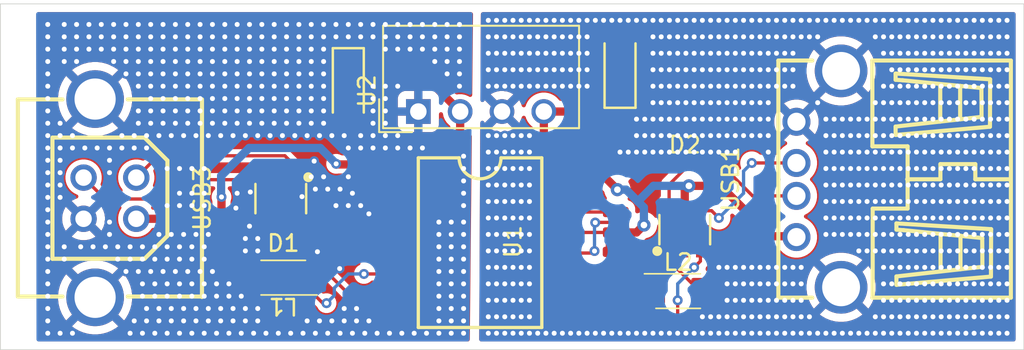
<source format=kicad_pcb>
(kicad_pcb (version 20241229) (generator "pcbnew") (generator_version "9.0")
  (layers (0 "F.Cu" signal) (2 "B.Cu" signal) (13 "F.Paste" user) (15 "B.Paste" user) (5 "F.SilkS" user "F.Silkscreen") (7 "B.SilkS" user "B.Silkscreen") (1 "F.Mask" user) (3 "B.Mask" user) (25 "Edge.Cuts" user))
  (net 0 "")
  (net 1 "GND1")
  (net 2 "+5V")
  (net 3 "VCC")
  (net 4 "GND2")
  (net 5 "Net-(USB3-D+)")
  (net 6 "/U3_+")
  (net 7 "/U3_-")
  (net 8 "Net-(USB3-D-)")
  (net 9 "U2_-")
  (net 10 "/L2_-")
  (net 11 "/L2_+")
  (net 12 "U2_+")
  (net 13 "/L1_-")
  (net 14 "/L1_+")
  (net 15 "/DD_+")
  (net 16 "/DD_-")
  (net 17 "Net-(U1-PIN)")
  (net 18 "Net-(U1-VDD2)")
  (net 19 "Net-(U1-SPU)")
  (net 20 "Net-(U1-SPD)")
  (footprint "PCM_JLCPCB:R_0402" (layer "F.Cu") (at 134.175 90.55 -90)
    (property "Reference" "R15" (hide yes))
    (property "Value" "0Ω" (hide yes))
  )
  (footprint "Inductor_SMD:L_CommonMode_Wurth_WE-CNSW-1206" (layer "F.Cu") (at 153.53 93.44)
    (property "Reference" "L2")
    (property "Value" "Choke_Wurth_WE-CNSW_744232090" (hide yes))
  )
  (footprint "PCM_JLCPCB:C_0402" (layer "F.Cu") (at 149.51 86.02)
    (property "Reference" "C6" (hide yes))
    (property "Value" "10nF")
  )
  (footprint "Converter_DCDC:Converter_DCDC_TRACO_TEA1-xxxx_THT" (layer "F.Cu") (at 137.7525 82.5375 90)
    (property "Reference" "U2")
    (property "Value" "B0505S-1W")
  )
  (footprint "PCM_JLCPCB:C_0402" (layer "F.Cu") (at 125.825 90.875 -90)
    (property "Reference" "C3" (hide yes))
    (property "Value" "10nF")
  )
  (footprint "EasyEDA:WSOIC-16_L10.3-W7.5-P1.27-LS10.3-BL" (layer "F.Cu") (at 141.5 90.5 -90)
    (property "Reference" "U1")
    (property "Value" "ADUM3160BRWZ")
  )
  (footprint "PCM_JLCPCB:R_0402" (layer "F.Cu") (at 149.74 88.64)
    (property "Reference" "R1" (hide yes))
    (property "Value" "1kΩ" (hide yes))
  )
  (footprint "EasyEDA:SOT-23-6_L2.9-W1.6-P0.95-LS2.8-BL" (layer "F.Cu") (at 129.4 87.825 180)
    (property "Reference" "D1")
    (property "Value" "USBLC6-2SC6")
  )
  (footprint "PCM_JLCPCB:R_0402" (layer "F.Cu") (at 149.73 91.06)
    (property "Reference" "R17" (hide yes))
    (property "Value" "0Ω" (hide yes))
  )
  (footprint "PCM_JLCPCB:R_0402" (layer "F.Cu") (at 129.6 94.725)
    (property "Reference" "R11" (hide yes))
    (property "Value" "0Ω" (hide yes))
  )
  (footprint "PCM_JLCPCB:C_0402" (layer "F.Cu") (at 134.75 86.25 -90)
    (property "Reference" "C4" (hide yes))
    (property "Value" "10nF")
  )
  (footprint "PCM_JLCPCB:C_CASE-A-3216-18(mm)" (layer "F.Cu") (at 133.5 81 -90)
    (property "Reference" "C1" (hide yes))
    (property "Value" "10uF")
  )
  (footprint "PCM_JLCPCB:C_CASE-A-3216-18(mm)" (layer "F.Cu") (at 150 80 90)
    (property "Reference" "C2" (hide yes))
    (property "Value" "10uF")
  )
  (footprint "PCM_JLCPCB:R_0402" (layer "F.Cu") (at 129.525 90.8)
    (property "Reference" "R10" (hide yes))
    (property "Value" "0Ω" (hide yes))
  )
  (footprint "PCM_JLCPCB:R_0402" (layer "F.Cu") (at 149.74 89.88 180)
    (property "Reference" "R14" (hide yes))
    (property "Value" "0Ω" (hide yes))
  )
  (footprint "PCM_JLCPCB:C_0402" (layer "F.Cu") (at 131.65 88.85 90)
    (property "Reference" "C7" (hide yes))
    (property "Value" "10nF")
  )
  (footprint "PCM_JLCPCB:R_0402" (layer "F.Cu") (at 149.86 94.37)
    (property "Reference" "R13" (hide yes))
    (property "Value" "0Ω" (hide yes))
  )
  (footprint "PCM_JLCPCB:C_0402" (layer "F.Cu") (at 149.52 83.77)
    (property "Reference" "C5" (hide yes))
    (property "Value" "10nF")
  )
  (footprint "EasyEDA:USB-A-TH_AF-WJDG" (layer "F.Cu") (at 162.0725 86.64 90)
    (property "Reference" "USB1")
    (property "Value" "AF 90° WJDG")
  )
  (footprint "EasyEDA:SOT-23-6_L2.9-W1.6-P0.95-LS2.8-BL" (layer "F.Cu") (at 153.93 89.71)
    (property "Reference" "D2")
    (property "Value" "USBLC6-2SC6")
  )
  (footprint "PCM_JLCPCB:R_0402" (layer "F.Cu") (at 132.925 90.55 90)
    (property "Reference" "R16" (hide yes))
    (property "Value" "0Ω" (hide yes))
  )
  (footprint "PCM_JLCPCB:R_0402" (layer "F.Cu") (at 149.75 92.4)
    (property "Reference" "R12" (hide yes))
    (property "Value" "0Ω" (hide yes))
  )
  (footprint "EasyEDA:USB-B-TH_USB-B12-BRW" (layer "F.Cu") (at 119.025 87.8 -90)
    (property "Reference" "USB3")
    (property "Value" "USB-B12-BRW")
  )
  (footprint "PCM_JLCPCB:C_0402" (layer "F.Cu") (at 158.1 90.61 -90)
    (property "Reference" "C8" (hide yes))
    (property "Value" "10nF")
  )
  (footprint "Inductor_SMD:L_CommonMode_Wurth_WE-CNSW-1206" (layer "F.Cu") (at 129.55 92.625 180)
    (property "Reference" "L1")
    (property "Value" "Choke_Wurth_WE-CNSW_744232090" (hide yes))
  )
  (gr_rect (start 112.375 76) (end 174.52 97) (stroke (width 0.05)) (fill no) (layer "Edge.Cuts"))
  (segment (start 129.977857 87.704857) (end 129.4 87.127) (width 0.2) (layer "F.Cu") (net 1))
  (segment (start 129.4 87.127) (end 129.4 86.675) (width 0.2) (layer "F.Cu") (net 1))
  (segment (start 134.75 86.75) (end 134.75 87) (width 0.2) (layer "F.Cu") (net 1))
  (segment (start 130.686546 87.704857) (end 129.977857 87.704857) (width 0.2) (layer "F.Cu") (net 1))
  (segment (start 134.75 87) (end 135.07 87.32) (width 0.2) (layer "F.Cu") (net 1))
  (segment (start 135.07 87.32) (end 136.5 87.32) (width 0.2) (layer "F.Cu") (net 1))
  (via (at 129 80.25) (size 0.6) (drill 0.3) (layers "F.Cu" "B.Cu") (net 1))
  (via (at 126.25 93) (size 0.6) (drill 0.3) (layers "F.Cu" "B.Cu") (net 1))
  (via (at 122 95.25) (size 0.6) (drill 0.3) (layers "F.Cu" "B.Cu") (net 1))
  (via (at 134.25 78) (size 0.6) (drill 0.3) (layers "F.Cu" "B.Cu") (net 1))
  (via (at 138.25 96) (size 0.6) (drill 0.3) (layers "F.Cu" "B.Cu") (net 1))
  (via (at 128.25 81) (size 0.6) (drill 0.3) (layers "F.Cu" "B.Cu") (net 1))
  (via (at 132 81.75) (size 0.6) (drill 0.3) (layers "F.Cu" "B.Cu") (net 1))
  (via (at 118.75 90.75) (size 0.6) (drill 0.3) (layers "F.Cu" "B.Cu") (net 1))
  (via (at 139.75 90.75) (size 0.6) (drill 0.3) (layers "F.Cu" "B.Cu") (net 1))
  (via (at 117 77.25) (size 0.6) (drill 0.3) (layers "F.Cu" "B.Cu") (net 1))
  (via (at 115.25 93.75) (size 0.6) (drill 0.3) (layers "F.Cu" "B.Cu") (net 1))
  (via (at 130.75 96) (size 0.6) (drill 0.3) (layers "F.Cu" "B.Cu") (net 1))
  (via (at 126 83.25) (size 0.6) (drill 0.3) (layers "F.Cu" "B.Cu") (net 1))
  (via (at 120.25 90.75) (size 0.6) (drill 0.3) (layers "F.Cu" "B.Cu") (net 1))
  (via (at 116 85.5) (size 0.6) (drill 0.3) (layers "F.Cu" "B.Cu") (net 1))
  (via (at 129.75 79.5) (size 0.6) (drill 0.3) (layers "F.Cu" "B.Cu") (net 1))
  (via (at 126.25 93.75) (size 0.6) (drill 0.3) (layers "F.Cu" "B.Cu") (net 1))
  (via (at 140.5 89.25) (size 0.6) (drill 0.3) (layers "F.Cu" "B.Cu") (net 1))
  (via (at 140.5 94.5) (size 0.6) (drill 0.3) (layers "F.Cu" "B.Cu") (net 1))
  (via (at 122.75 95.25) (size 0.6) (drill 0.3) (layers "F.Cu" "B.Cu") (net 1))
  (via (at 129.75 77.25) (size 0.6) (drill 0.3) (layers "F.Cu" "B.Cu") (net 1))
  (via (at 133.25 94.5) (size 0.6) (drill 0.3) (layers "F.Cu" "B.Cu") (net 1))
  (via (at 116 86.25) (size 0.6) (drill 0.3) (layers "F.Cu" "B.Cu") (net 1))
  (via (at 140.5 86) (size 0.6) (drill 0.3) (layers "F.Cu" "B.Cu") (net 1))
  (via (at 124.75 87.5) (size 0.6) (drill 0.3) (layers "F.Cu" "B.Cu") (net 1))
  (via (at 130.5 81) (size 0.6) (drill 0.3) (layers "F.Cu" "B.Cu") (net 1))
  (via (at 132.25 87.25) (size 0.6) (drill 0.3) (layers "F.Cu" "B.Cu") (net 1))
  (via (at 126 79.5) (size 0.6) (drill 0.3) (layers "F.Cu" "B.Cu") (net 1))
  (via (at 122.25 81.75) (size 0.6) (drill 0.3) (layers "F.Cu" "B.Cu") (net 1))
  (via (at 124.5 77.25) (size 0.6) (drill 0.3) (layers "F.Cu" "B.Cu") (net 1))
  (via (at 129 82.5) (size 0.6) (drill 0.3) (layers "F.Cu" "B.Cu") (net 1))
  (via (at 129.75 78.75) (size 0.6) (drill 0.3) (layers "F.Cu" "B.Cu") (net 1))
  (via (at 123.5 84) (size 0.6) (drill 0.3) (layers "F.Cu" "B.Cu") (net 1))
  (via (at 120.5 95.25) (size 0.6) (drill 0.3) (layers "F.Cu" "B.Cu") (net 1))
  (via (at 132.75 88.25) (size 0.6) (drill 0.3) (layers "F.Cu" "B.Cu") (net 1))
  (via (at 125.25 79.5) (size 0.6) (drill 0.3) (layers "F.Cu" "B.Cu") (net 1))
  (via (at 124.25 84) (size 0.6) (drill 0.3) (layers "F.Cu" "B.Cu") (net 1))
  (via (at 120.5 84.75) (size 0.6) (drill 0.3) (layers "F.Cu" "B.Cu") (net 1))
  (via (at 115.25 95.25) (size 0.6) (drill 0.3) (layers "F.Cu" "B.Cu") (net 1))
  (via (at 130.25 84) (size 0.6) (drill 0.3) (layers "F.Cu" "B.Cu") (net 1))
  (via (at 116.25 91.5) (size 0.6) (drill 0.3) (layers "F.Cu" "B.Cu") (net 1))
  (via (at 115.25 79.5) (size 0.6) (drill 0.3) (layers "F.Cu" "B.Cu") (net 1))
  (via (at 123 92.25) (size 0.6) (drill 0.3) (layers "F.Cu" "B.Cu") (net 1))
  (via (at 126.75 81.75) (size 0.6) (drill 0.3) (layers "F.Cu" "B.Cu") (net 1))
  (via (at 138 84.75) (size 0.6) (drill 0.3) (layers "F.Cu" "B.Cu") (net 1))
  (via (at 126.75 77.25) (size 0.6) (drill 0.3) (layers "F.Cu" "B.Cu") (net 1))
  (via (at 126.5 84) (size 0.6) (drill 0.3) (layers "F.Cu" "B.Cu") (net 1))
  (via (at 121.75 93) (size 0.6) (drill 0.3) (layers "F.Cu" "B.Cu") (net 1))
  (via (at 127.25 90.25) (size 0.6) (drill 0.3) (layers "F.Cu" "B.Cu") (net 1))
  (via (at 131 84) (size 0.6) (drill 0.3) (layers "F.Cu" "B.Cu") (net 1))
  (via (at 124.75 93.75) (size 0.6) (drill 0.3) (layers "F.Cu" "B.Cu") (net 1))
  (via (at 125.25 77.25) (size 0.6) (drill 0.3) (layers "F.Cu" "B.Cu") (net 1))
  (via (at 134.25 84.75) (size 0.6) (drill 0.3) (layers "F.Cu" "B.Cu") (net 1))
  (via (at 123.25 93.75) (size 0.6) (drill 0.3) (layers "F.Cu" "B.Cu") (net 1))
  (via (at 121 93.75) (size 0.6) (drill 0.3) (layers "F.Cu" "B.Cu") (net 1))
  (via (at 129.75 82.5) (size 0.6) (drill 0.3) (layers "F.Cu" "B.Cu") (net 1))
  (via (at 125.25 83.25) (size 0.6) (drill 0.3) (layers "F.Cu" "B.Cu") (net 1))
  (via (at 118.25 84.75) (size 0.6) (drill 0.3) (layers "F.Cu" "B.Cu") (net 1))
  (via (at 124.25 94.5) (size 0.6) (drill 0.3) (layers "F.Cu" "B.Cu") (net 1))
  (via (at 116 87) (size 0.6) (drill 0.3) (layers "F.Cu" "B.Cu") (net 1))
  (via (at 135.75 84) (size 0.6) (drill 0.3) (layers "F.Cu" "B.Cu") (net 1))
  (via (at 127.5 78) (size 0.6) (drill 0.3) (layers "F.Cu" "B.Cu") (net 1))
  (via (at 124.5 78) (size 0.6) (drill 0.3) (layers "F.Cu" "B.Cu") (net 1))
  (via (at 139 90) (size 0.6) (drill 0.3) (layers "F.Cu" "B.Cu") (net 1))
  (via (at 116.25 78.75) (size 0.6) (drill 0.3) (layers "F.Cu" "B.Cu") (net 1))
  (via (at 139.75 92.25) (size 0.6) (drill 0.3) (layers "F.Cu" "B.Cu") (net 1))
  (via (at 123 82.5) (size 0.6) (drill 0.3) (layers "F.Cu" "B.Cu") (net 1))
  (via (at 129 79.5) (size 0.6) (drill 0.3) (layers "F.Cu" "B.Cu") (net 1))
  (via (at 122 84) (size 0.6) (drill 0.3) (layers "F.Cu" "B.Cu") (net 1))
  (via (at 137.25 78.75) (size 0.6) (drill 0.3) (layers "F.Cu" "B.Cu") (net 1))
  (via (at 140.5 85.25) (size 0.6) (drill 0.3) (layers "F.Cu" "B.Cu") (net 1))
  (via (at 126.75 79.5) (size 0.6) (drill 0.3) (layers "F.Cu" "B.Cu") (net 1))
  (via (at 127.25 91) (size 0.6) (drill 0.3) (layers "F.Cu" "B.Cu") (net 1))
  (via (at 131.25 78) (size 0.6) (drill 0.3) (layers "F.Cu" "B.Cu") (net 1))
  (via (at 122.25 79.5) (size 0.6) (drill 0.3) (layers "F.Cu" "B.Cu") (net 1))
  (via (at 135.75 78.75) (size 0.6) (drill 0.3) (layers "F.Cu" "B.Cu") (net 1))
  (via (at 129.75 83.25) (size 0.6) (drill 0.3) (layers "F.Cu" "B.Cu") (net 1))
  (via (at 123 81.75) (size 0.6) (drill 0.3) (layers "F.Cu" "B.Cu") (net 1))
  (via (at 124 93) (size 0.6) (drill 0.3) (layers "F.Cu" "B.Cu") (net 1))
  (via (at 140.5 92.25) (size 0.6) (drill 0.3) (layers "F.Cu" "B.Cu") (net 1))
  (via (at 125.5 96) (size 0.6) (drill 0.3) (layers "F.Cu" "B.Cu") (net 1))
  (via (at 123 78) (size 0.6) (drill 0.3) (layers "F.Cu" "B.Cu") (net 1))
  (via (at 128 91) (size 0.6) (drill 0.3) (layers "F.Cu" "B.Cu") (net 1))
  (via (at 123.75 77.25) (size 0.6) (drill 0.3) (layers "F.Cu" "B.Cu") (net 1))
  (via (at 128.25 79.5) (size 0.6) (drill 0.3) (layers "F.Cu" "B.Cu") (net 1))
  (via (at 123.25 91.5) (size 0.6) (drill 0.3) (layers "F.Cu" "B.Cu") (net 1))
  (via (at 121 90.75) (size 0.6) (drill 0.3) (layers "F.Cu" "B.Cu") (net 1))
  (via (at 125.25 78.75) (size 0.6) (drill 0.3) (layers "F.Cu" "B.Cu") (net 1))
  (via (at 127.5 82.5) (size 0.6) (drill 0.3) (layers "F.Cu" "B.Cu") (net 1))
  (via (at 139.75 95.25) (size 0.6) (drill 0.3) (layers "F.Cu" "B.Cu") (net 1))
  (via (at 118.5 78) (size 0.6) (drill 0.3) (layers "F.Cu" "B.Cu") (net 1))
  (via (at 130.5 81.75) (size 0.6) (drill 0.3) (layers "F.Cu" "B.Cu") (net 1))
  (via (at 130.5 77.25) (size 0.6) (drill 0.3) (layers "F.Cu" "B.Cu") (net 1))
  (via (at 122.25 81) (size 0.6) (drill 0.3) (layers "F.Cu" "B.Cu") (net 1))
  (via (at 124.5 82.5) (size 0.6) (drill 0.3) (layers "F.Cu" "B.Cu") (net 1))
  (via (at 139 89.25) (size 0.6) (drill 0.3) (layers "F.Cu" "B.Cu") (net 1))
  (via (at 121.5 81) (size 0.6) (drill 0.3) (layers "F.Cu" "B.Cu") (net 1))
  (via (at 139 95.25) (size 0.6) (drill 0.3) (layers "F.Cu" "B.Cu") (net 1))
  (via (at 124 86) (size 0.6) (drill 0.3) (layers "F.Cu" "B.Cu") (net 1))
  (via (at 124.5 80.25) (size 0.6) (drill 0.3) (layers "F.Cu" "B.Cu") (net 1))
  (via (at 119.75 84) (size 0.6) (drill 0.3) (layers "F.Cu" "B.Cu") (net 1))
  (via (at 130.5 82.5) (size 0.6) (drill 0.3) (layers "F.Cu" "B.Cu") (net 1))
  (via (at 115.25 82.5) (size 0.6) (drill 0.3) (layers "F.Cu" "B.Cu") (net 1))
  (via (at 120 80.25) (size 0.6) (drill 0.3) (layers "F.Cu" "B.Cu") (net 1))
  (via (at 115.25 83.25) (size 0.6) (drill 0.3) (layers "F.Cu" "B.Cu") (net 1))
  (via (at 120 77.25) (size 0.6) (drill 0.3) (layers "F.Cu" "B.Cu") (net 1))
  (via (at 129 81) (size 0.6) (drill 0.3) (layers "F.Cu" "B.Cu") (net 1))
  (via (at 127.5 80.25) (size 0.6) (drill 0.3) (layers "F.Cu" "B.Cu") (net 1))
  (via (at 126.75 78) (size 0.6) (drill 0.3) (layers "F.Cu" "B.Cu") (net 1))
  (via (at 120.75 83.25) (size 0.6) (drill 0.3) (layers "F.Cu" "B.Cu") (net 1))
  (via (at 118.5 77.25) (size 0.6) (drill 0.3) (layers "F.Cu" "B.Cu") (net 1))
  (via (at 129.75 81) (size 0.6) (drill 0.3) (layers "F.Cu" "B.Cu") (net 1))
  (via (at 119.5 90.75) (size 0.6) (drill 0.3) (layers "F.Cu" "B.Cu") (net 1))
  (via (at 125.25 92.25) (size 0.6) (drill 0.3) (layers "F.Cu" "B.Cu") (net 1))
  (via (at 124 96) (size 0.6) (drill 0.3) (layers "F.Cu" "B.Cu") (net 1))
  (via (at 119 85.5) (size 0.6) (drill 0.3) (layers "F.Cu" "B.Cu") (net 1))
  (via (at 124.5 81) (size 0.6) (drill 0.3) (layers "F.Cu" "B.Cu") (net 1))
  (via (at 139 92.25) (size 0.6) (drill 0.3) (layers "F.Cu" "B.Cu") (net 1))
  (via (at 127.25 84) (size 0.6) (drill 0.3) (layers "F.Cu" "B.Cu") (net 1))
  (via (at 139.75 90) (size 0.6) (drill 0.3) (layers "F.Cu" "B.Cu") (net 1))
  (via (at 126.75 83.25) (size 0.6) (drill 0.3) (layers "F.Cu" "B.Cu") (net 1))
  (via (at 140.25 80.25) (size 0.6) (drill 0.3) (layers "F.Cu" "B.Cu") (net 1))
  (via (at 124.25 90) (size 0.6) (drill 0.3) (layers "F.Cu" "B.Cu") (net 1))
  (via (at 137.25 84.75) (size 0.6) (drill 0.3) (layers "F.Cu" "B.Cu") (net 1))
  (via (at 122 94.5) (size 0.6) (drill 0.3) (layers "F.Cu" "B.Cu") (net 1))
  (via (at 115.25 84) (size 0.6) (drill 0.3) (layers "F.Cu" "B.Cu") (net 1))
  (via (at 139.75 94.5) (size 0.6) (drill 0.3) (layers "F.Cu" "B.Cu") (net 1))
  (via (at 137.25 77.25) (size 0.6) (drill 0.3) (layers "F.Cu" "B.Cu") (net 1))
  (via (at 140.25 78) (size 0.6) (drill 0.3) (layers "F.Cu" "B.Cu") (net 1))
  (via (at 133.75 87.5) (size 0.6) (drill 0.3) (layers "F.Cu" "B.Cu") (net 1))
  (via (at 115.25 85.5) (size 0.6) (drill 0.3) (layers "F.Cu" "B.Cu") (net 1))
  (via (at 115.25 91.5) (size 0.6) (drill 0.3) (layers "F.Cu" "B.Cu") (net 1))
  (via (at 121.5 78.75) (size 0.6) (drill 0.3) (layers "F.Cu" "B.Cu") (net 1))
  (via (at 117.75 78.75) (size 0.6) (drill 0.3) (layers "F.Cu" "B.Cu") (net 1))
  (via (at 135 77.25) (size 0.6) (drill 0.3) (layers "F.Cu" "B.Cu") (net 1))
  (via (at 140.5 91.5) (size 0.6) (drill 0.3) (layers "F.Cu" "B.Cu") (net 1))
  (via (at 139 91.5) (size 0.6) (drill 0.3) (layers "F.Cu" "B.Cu") (net 1))
  (via (at 121.5 81.75) (size 0.6) (drill 0.3) (layers "F.Cu" "B.Cu") (net 1))
  (via (at 122.25 82.5) (size 0.6) (drill 0.3) (layers "F.Cu" "B.Cu") (net 1))
  (via (at 118 90.75) (size 0.6) (drill 0.3) (layers "F.Cu" "B.Cu") (net 1))
  (via (at 139 93) (size 0.6) (drill 0.3) (layers "F.Cu" "B.Cu") (net 1))
  (via (at 126 77.25) (size 0.6) (drill 0.3) (layers "F.Cu" "B.Cu") (net 1))
  (via (at 125 90) (size 0.6) (drill 0.3) (layers "F.Cu" "B.Cu") (net 1))
  (via (at 132 77.25) (size 0.6) (drill 0.3) (layers "F.Cu" "B.Cu") (net 1))
  (via (at 126.5 95.25) (size 0.6) (drill 0.3) (layers "F.Cu" "B.Cu") (net 1))
  (via (at 140.25 79.5) (size 0.6) (drill 0.3) (layers "F.Cu" "B.Cu") (net 1))
  (via (at 120.75 78.75) (size 0.6) (drill 0.3) (layers "F.Cu" "B.Cu") (net 1))
  (via (at 128 90.25) (size 0.6) (drill 0.3) (layers "F.Cu" "B.Cu") (net 1))
  (via (at 121.75 91.5) (size 0.6) (drill 0.3) (layers "F.Cu" "B.Cu") (net 1))
  (via (at 140.25 78.75) (size 0.6) (drill 0.3) (layers "F.Cu" "B.Cu") (net 1))
  (via (at 119.25 78.75) (size 0.6) (drill 0.3) (layers "F.Cu" "B.Cu") (net 1))
  (via (at 128.25 81.75) (size 0.6) (drill 0.3) (layers "F.Cu" "B.Cu") (net 1))
  (via (at 140.5 86.75) (size 0.6) (drill 0.3) (layers "F.Cu" "B.Cu") (net 1))
  (via (at 121.5 78) (size 0.6) (drill 0.3) (layers "F.Cu" "B.Cu") (net 1))
  (via (at 132.75 77.25) (size 0.6) (drill 0.3) (layers "F.Cu" "B.Cu") (net 1))
  (via (at 140.25 77.25) (size 0.6) (drill 0.3) (layers "F.Cu" "B.Cu") (net 1))
  (via (at 136.5 78.75) (size 0.6) (drill 0.3) (layers "F.Cu" "B.Cu") (net 1))
  (via (at 128 84) (size 0.6) (drill 0.3) (layers "F.Cu" "B.Cu") (net 1))
  (via (at 125.75 84) (size 0.6) (drill 0.3) (layers "F.Cu" "B.Cu") (net 1))
  (via (at 136.5 81) (size 0.6) (drill 0.3) (layers "F.Cu" "B.Cu") (net 1))
  (via (at 116.25 79.5) (size 0.6) (drill 0.3) (layers "F.Cu" "B.Cu") (net 1))
  (via (at 117.75 77.25) (size 0.6) (drill 0.3) (layers "F.Cu" "B.Cu") (net 1))
  (via (at 115.25 96) (size 0.6) (drill 0.3) (layers "F.Cu" "B.Cu") (net 1))
  (via (at 120.75 78) (size 0.6) (drill 0.3) (layers "F.Cu" "B.Cu") (net 1))
  (via (at 134 95.25) (size 0.6) (drill 0.3) (layers "F.Cu" "B.Cu") (net 1))
  (via (at 139.75 91.5) (size 0.6) (drill 0.3) (layers "F.Cu" "B.Cu") (net 1))
  (via (at 140.5 96) (size 0.6) (drill 0.3) (layers "F.Cu" "B.Cu") (net 1))
  (via (at 126.5 94.5) (size 0.6) (drill 0.3) (layers "F.Cu" "B.Cu") (net 1))
  (via (at 115.25 90.75) (size 0.6) (drill 0.3) (layers "F.Cu" "B.Cu") (net 1))
  (via (at 116.75 96) (size 0.6) (drill 0.3) (layers "F.Cu" "B.Cu") (net 1))
  (via (at 125.25 80.25) (size 0.6) (drill 0.3) (layers "F.Cu" "B.Cu") (net 1))
  (via (at 131.25 86.5) (size 0.6) (drill 0.3) (layers "F.Cu" "B.Cu") (net 1))
  (via (at 115.25 93) (size 0.6) (drill 0.3) (layers "F.Cu" "B.Cu") (net 1))
  (via (at 121 96) (size 0.6) (drill 0.3) (layers "F.Cu" "B.Cu") (net 1))
  (via (at 121 93) (size 0.6) (drill 0.3) (layers "F.Cu" "B.Cu") (net 1))
  (via (at 124.75 90.75) (size 0.6) (drill 0.3) (layers "F.Cu" "B.Cu") (net 1))
  (via (at 124.5 92.25) (size 0.6) (drill 0.3) (layers "F.Cu" "B.Cu") (net 1))
  (via (at 120 78) (size 0.6) (drill 0.3) (layers "F.Cu" "B.Cu") (net 1))
  (via (at 122.5 91.5) (size 0.6) (drill 0.3) (layers "F.Cu" "B.Cu") (net 1))
  (via (at 123.25 88.25) (size 0.6) (drill 0.3) (layers "F.Cu" "B.Cu") (net 1))
  (via (at 133.25 84) (size 0.6) (drill 0.3) (layers "F.Cu" "B.Cu") (net 1))
  (via (at 129 77.25) (size 0.6) (drill 0.3) (layers "F.Cu" "B.Cu") (net 1))
  (via (at 126.75 81) (size 0.6) (drill 0.3) (layers "F.Cu" "B.Cu") (net 1))
  (via (at 120 79.5) (size 0.6) (drill 0.3) (layers "F.Cu" "B.Cu") (net 1))
  (via (at 115.25 78.75) (size 0.6) (drill 0.3) (layers "F.Cu" "B.Cu") (net 1))
  (via (at 138 77.25) (size 0.6) (drill 0.3) (layers "F.Cu" "B.Cu") (net 1))
  (via (at 128.25 78.75) (size 0.6) (drill 0.3) (layers "F.Cu" "B.Cu") (net 1))
  (via (at 127 93.75) (size 0.6) (drill 0.3) (layers "F.Cu" "B.Cu") (net 1))
  (via (at 123.75 80.25) (size 0.6) (drill 0.3) (layers "F.Cu" "B.Cu") (net 1))
  (via (at 133.5 77.25) (size 0.6) (drill 0.3) (layers "F.Cu" "B.Cu") (net 1))
  (via (at 139 90.75) (size 0.6) (drill 0.3) (layers "F.Cu" "B.Cu") (net 1))
  (via (at 123.25 93) (size 0.6) (drill 0.3) (layers "F.Cu" "B.Cu") (net 1))
  (via (at 135.25 96) (size 0.6) (drill 0.3) (layers "F.Cu" "B.Cu") (net 1))
  (via (at 127.75 96) (size 0.6) (drill 0.3) (layers "F.Cu" "B.Cu") (net 1))
  (via (at 117.75 78) (size 0.6) (drill 0.3) (layers "F.Cu" "B.Cu") (net 1))
  (via (at 131.25 77.25) (size 0.6) (drill 0.3) (layers "F.Cu" "B.Cu") (net 1))
  (via (at 122 90) (size 0.6) (drill 0.3) (layers "F.Cu" "B.Cu") (net 1))
  (via (at 123.75 78.75) (size 0.6) (drill 0.3) (layers "F.Cu" "B.Cu") (net 1))
  (via (at 138.75 78.75) (size 0.6) (drill 0.3) (layers "F.Cu" "B.Cu") (net 1))
  (via (at 117 78) (size 0.6) (drill 0.3) (layers "F.Cu" "B.Cu") (net 1))
  (via (at 139.5 80.25) (size 0.6) (drill 0.3) (layers "F.Cu" "B.Cu") (net 1))
  (via (at 121.75 90.75) (size 0.6) (drill 0.3) (layers "F.Cu" "B.Cu") (net 1))
  (via (at 135.75 81) (size 0.6) (drill 0.3) (layers "F.Cu" "B.Cu") (net 1))
  (via (at 130.5 78.75) (size 0.6) (drill 0.3) (layers "F.Cu" "B.Cu") (net 1))
  (via (at 128 95.25) (size 0.6) (drill 0.3) (layers "F.Cu" "B.Cu") (net 1))
  (via (at 130.5 80.25) (size 0.6) (drill 0.3) (layers "F.Cu" "B.Cu") (net 1))
  (via (at 115.25 84.75) (size 0.6) (drill 0.3) (layers "F.Cu" "B.Cu") (net 1))
  (via (at 120.25 96) (size 0.6) (drill 0.3) (layers "F.Cu" "B.Cu") (net 1))
  (via (at 135.75 82.5) (size 0.6) (drill 0.3) (layers "F.Cu" "B.Cu") (net 1))
  (via (at 121.25 84) (size 0.6) (drill 0.3) (layers "F.Cu" "B.Cu") (net 1))
  (via (at 129.25 96) (size 0.6) (drill 0.3) (layers "F.Cu" "B.Cu") (net 1))
  (via (at 115.25 90) (size 0.6) (drill 0.3) (layers "F.Cu" "B.Cu") (net 1))
  (via (at 132.25 96) (size 0.6) (drill 0.3) (layers "F.Cu" "B.Cu") (net 1))
  (via (at 128.25 78) (size 0.6) (drill 0.3) (layers "F.Cu" "B.Cu") (net 1))
  (via (at 115.25 92.25) (size 0.6) (drill 0.3) (layers "F.Cu" "B.Cu") (net 1))
  (via (at 121.5 77.25) (size 0.6) (drill 0.3) (layers "F.Cu" "B.Cu") (net 1))
  (via (at 138 78.75) (size 0.6) (drill 0.3) (layers "F.Cu" "B.Cu") (net 1))
  (via (at 132 79.5) (size 0.6) (drill 0.3) (layers "F.Cu" "B.Cu") (net 1))
  (via (at 121.75 96) (size 0.6) (drill 0.3) (layers "F.Cu" "B.Cu") (net 1))
  (via (at 119.25 78) (size 0.6) (drill 0.3) (layers "F.Cu" "B.Cu") (net 1))
  (via (at 131.25 80.25) (size 0.6) (drill 0.3) (layers "F.Cu" "B.Cu") (net 1))
  (via (at 122.5 93) (size 0.6) (drill 0.3) (layers "F.Cu" "B.Cu") (net 1))
  (via (at 130.5 79.5) (size 0.6) (drill 0.3) (layers "F.Cu" "B.Cu") (net 1))
  (via (at 126.75 78.75) (size 0.6) (drill 0.3) (layers "F.Cu" "B.Cu") (net 1))
  (via (at 129 78.75) (size 0.6) (drill 0.3) (layers "F.Cu" "B.Cu") (net 1))
  (via (at 120.25 91.5) (size 0.6) (drill 0.3) (layers "F.Cu" "B.Cu") (net 1))
  (via (at 138.75 78) (size 0.6) (drill 0.3) (layers "F.Cu" "B.Cu") (net 1))
  (via (at 128.75 84) (size 0.6) (drill 0.3) (layers "F.Cu" "B.Cu") (net 1))
  (via (at 140.5 95.25) (size 0.6) (drill 0.3) (layers "F.Cu" "B.Cu") (net 1))
  (via (at 119.75 84.75) (size 0.6) (drill 0.3) (layers "F.Cu" "B.Cu") (net 1))
  (via (at 125.5 93.75) (size 0.6) (drill 0.3) (layers "F.Cu" "B.Cu") (net 1))
  (via (at 120.5 84) (size 0.6) (drill 0.3) (layers "F.Cu" "B.Cu") (net 1))
  (via (at 124.75 96) (size 0.6) (drill 0.3) (layers "F.Cu" "B.Cu") (net 1))
  (via (at 132 78) (size 0.6) (drill 0.3) (layers "F.Cu" "B.Cu") (net 1))
  (via (at 137.25 78) (size 0.6) (drill 0.3) (layers "F.Cu" "B.Cu") (net 1))
  (via (at 122.75 94.5) (size 0.6) (drill 0.3) (layers "F.Cu" "B.Cu") (net 1))
  (via (at 140.5 93.75) (size 0.6) (drill 0.3) (layers "F.Cu" "B.Cu") (net 1))
  (via (at 134.25 84) (size 0.6) (drill 0.3) (layers "F.Cu" "B.Cu") (net 1))
  (via (at 136.5 77.25) (size 0.6) (drill 0.3) (layers "F.Cu" "B.Cu") (net 1))
  (via (at 121.5 83.25) (size 0.6) (drill 0.3) (layers "F.Cu" "B.Cu") (net 1))
  (via (at 115.25 87.75) (size 0.6) (drill 0.3) (layers "F.Cu" "B.Cu") (net 1))
  (via (at 122.5 90.75) (size 0.6) (drill 0.3) (layers "F.Cu" "B.Cu") (net 1))
  (via (at 128.25 80.25) (size 0.6) (drill 0.3) (layers "F.Cu" "B.Cu") (net 1))
  (via (at 115.25 89.25) (size 0.6) (drill 0.3) (layers "F.Cu" "B.Cu") (net 1))
  (via (at 115.25 81.75) (size 0.6) (drill 0.3) (layers "F.Cu" "B.Cu") (net 1))
  (via (at 133.5 86.5) (size 0.6) (drill 0.3) (layers "F.Cu" "B.Cu") (net 1))
  (via (at 123 79.5) (size 0.6) (drill 0.3) (layers "F.Cu" "B.Cu") (net 1))
  (via (at 115.25 78) (size 0.6) (drill 0.3) (layers "F.Cu" "B.Cu") (net 1))
  (via (at 120.75 79.5) (size 0.6) (drill 0.3) (layers "F.Cu" "B.Cu") (net 1))
  (via (at 132 80.25) (size 0.6) (drill 0.3) (layers "F.Cu" "B.Cu") (net 1))
  (via (at 127 96) (size 0.6) (drill 0.3) (layers "F.Cu" "B.Cu") (net 1))
  (via (at 126.75 87.5) (size 0.6) (drill 0.3) (layers "F.Cu" "B.Cu") (net 1))
  (via (at 123 78.75) (size 0.6) (drill 0.3) (layers "F.Cu" "B.Cu") (net 1))
  (via (at 123.5 90) (size 0.6) (drill 0.3) (layers "F.Cu" "B.Cu") (net 1))
  (via (at 123.5 94.5) (size 0.6) (drill 0.3) (layers "F.Cu" "B.Cu") (net 1))
  (via (at 130.5 83.25) (size 0.6) (drill 0.3) (layers "F.Cu" "B.Cu") (net 1))
  (via (at 140.5 90.75) (size 0.6) (drill 0.3) (layers "F.Cu" "B.Cu") (net 1))
  (via (at 123.75 81.75) (size 0.6) (drill 0.3) (layers "F.Cu" "B.Cu") (net 1))
  (via (at 127.5 89.5) (size 0.6) (drill 0.3) (layers "F.Cu" "B.Cu") (net 1))
  (via (at 135 81) (size 0.6) (drill 0.3) (layers "F.Cu" "B.Cu") (net 1))
  (via (at 135 82.5) (size 0.6) (drill 0.3) (layers "F.Cu" "B.Cu") (net 1))
  (via (at 128.25 83.25) (size 0.6) (drill 0.3) (layers "F.Cu" "B.Cu") (net 1))
  (via (at 123.75 92.25) (size 0.6) (drill 0.3) (layers "F.Cu" "B.Cu") (net 1))
  (via (at 134.75 88.75) (size 0.6) (drill 0.3) (layers "F.Cu" "B.Cu") (net 1))
  (via (at 124.5 79.5) (size 0.6) (drill 0.3) (layers "F.Cu" "B.Cu") (net 1))
  (via (at 126.75 82.5) (size 0.6) (drill 0.3) (layers "F.Cu" "B.Cu") (net 1))
  (via (at 126 80.25) (size 0.6) (drill 0.3) (layers "F.Cu" "B.Cu") (net 1))
  (via (at 125.5 93) (size 0.6) (drill 0.3) (layers "F.Cu" "B.Cu") (net 1))
  (via (at 140.5 93) (size 0.6) (drill 0.3) (layers "F.Cu" "B.Cu") (net 1))
  (via (at 120 92.25) (size 0.6) (drill 0.3) (layers "F.Cu" "B.Cu") (net 1))
  (via (at 121.75 93.75) (size 0.6) (drill 0.3) (layers "F.Cu" "B.Cu") (net 1))
  (via (at 120.75 81) (size 0.6) (drill 0.3) (layers "F.Cu" "B.Cu") (net 1))
  (via (at 117.5 84.75) (size 0.6) (drill 0.3) (layers "F.Cu" "B.Cu") (net 1))
  (via (at 131.425 85.55) (size 0.6) (drill 0.3) (layers "F.Cu" "B.Cu") (net 1))
  (via (at 124.75 88.25) (size 0.6) (drill 0.3) (layers "F.Cu" "B.Cu") (net 1))
  (via (at 125 95.25) (size 0.6) (drill 0.3) (layers "F.Cu" "B.Cu") (net 1))
  (via (at 132.975 92.075) (size 0.6) (drill 0.3) (layers "F.Cu" "B.Cu") (net 1))
  (via (at 122.5 88.25) (size 0.6) (drill 0.3) (layers "F.Cu" "B.Cu") (net 1))
  (via (at 135 78) (size 0.6) (drill 0.3) (layers "F.Cu" "B.Cu") (net 1))
  (via (at 125 94.5) (size 0.6) (drill 0.3) (layers "F.Cu" "B.Cu") (net 1))
  (via (at 131.75 84) (size 0.6) (drill 0.3) (layers "F.Cu" "B.Cu") (net 1))
  (via (at 139 96) (size 0.6) (drill 0.3) (layers "F.Cu" "B.Cu") (net 1))
  (via (at 123.75 83.25) (size 0.6) (drill 0.3) (layers "F.Cu" "B.Cu") (net 1))
  (via (at 137.5 96) (size 0.6) (drill 0.3) (layers "F.Cu" "B.Cu") (net 1))
  (via (at 115.25 88.5) (size 0.6) (drill 0.3) (layers "F.Cu" "B.Cu") (net 1))
  (via (at 140.25 81) (size 0.6) (drill 0.3) (layers "F.Cu" "B.Cu") (net 1))
  (via (at 126 78) (size 0.6) (drill 0.3) (layers "F.Cu" "B.Cu") (net 1))
  (via (at 116.75 84.75) (size 0.6) (drill 0.3) (layers "F.Cu" "B.Cu") (net 1))
  (via (at 129.75 78) (size 0.6) (drill 0.3) (layers "F.Cu" "B.Cu") (net 1))
  (via (at 131.25 79.5) (size 0.6) (drill 0.3) (layers "F.Cu" "B.Cu") (net 1))
  (via (at 124 90.75) (size 0.6) (drill 0.3) (layers "F.Cu" "B.Cu") (net 1))
  (via (at 130.686546 87.704857) (size 0.6) (drill 0.3) (layers "F.Cu" "B.Cu") (net 1))
  (via (at 122.25 78.75) (size 0.6) (drill 0.3) (layers "F.Cu" "B.Cu") (net 1))
  (via (at 115.25 80.25) (size 0.6) (drill 0.3) (layers "F.Cu" "B.Cu") (net 1))
  (via (at 115.25 81) (size 0.6) (drill 0.3) (layers "F.Cu" "B.Cu") (net 1))
  (via (at 127.25 95.25) (size 0.6) (drill 0.3) (layers "F.Cu" "B.Cu") (net 1))
  (via (at 122.25 83.25) (size 0.6) (drill 0.3) (layers "F.Cu" "B.Cu") (net 1))
  (via (at 121.25 95.25) (size 0.6) (drill 0.3) (layers "F.Cu" "B.Cu") (net 1))
  (via (at 138.75 79.5) (size 0.6) (drill 0.3) (layers "F.Cu" "B.Cu") (net 1))
  (via (at 120.75 92.25) (size 0.6) (drill 0.3) (layers "F.Cu" "B.Cu") (net 1))
  (via (at 121.5 79.5) (size 0.6) (drill 0.3) (layers "F.Cu" "B.Cu") (net 1))
  (via (at 116 84) (size 0.6) (drill 0.3) (layers "F.Cu" "B.Cu") (net 1))
  (via (at 127.5 81) (size 0.6) (drill 0.3) (layers "F.Cu" "B.Cu") (net 1))
  (via (at 139.5 78) (size 0.6) (drill 0.3) (layers "F.Cu" "B.Cu") (net 1))
  (via (at 135 84.75) (size 0.6) (drill 0.3) (layers "F.Cu" "B.Cu") (net 1))
  (via (at 119 89.25) (size 0.6) (drill 0.3) (layers "F.Cu" "B.Cu") (net 1))
  (via (at 139.75 93.75) (size 0.6) (drill 0.3) (layers "F.Cu" "B.Cu") (net 1))
  (via (at 133.5 88.25) (size 0.6) (drill 0.3) (layers "F.Cu" "B.Cu") (net 1))
  (via (at 128.25 82.5) (size 0.6) (drill 0.3) (layers "F.Cu" "B.Cu") (net 1))
  (via (at 123 77.25) (size 0.6) (drill 0.3) (layers "F.Cu" "B.Cu") (net 1))
  (via (at 126 78.75) (size 0.6) (drill 0.3) (layers "F.Cu" "B.Cu") (net 1))
  (via (at 126.75 80.25) (size 0.6) (drill 0.3) (layers "F.Cu" "B.Cu") (net 1))
  (via (at 130.5 78) (size 0.6) (drill 0.3) (layers "F.Cu" "B.Cu") (net 1))
  (via (at 115.25 77.25) (size 0.6) (drill 0.3) (layers "F.Cu" "B.Cu") (net 1))
  (via (at 131.5 96) (size 0.6) (drill 0.3) (layers "F.Cu" "B.Cu") (net 1))
  (via (at 135.75 81.75) (size 0.6) (drill 0.3) (layers "F.Cu" "B.Cu") (net 1))
  (via (at 116 96) (size 0.6) (drill 0.3) (layers "F.Cu" "B.Cu") (net 1))
  (via (at 120.75 77.25) (size 0.6) (drill 0.3) (layers "F.Cu" "B.Cu") (net 1))
  (via (at 118.5 78.75) (size 0.6) (drill 0.3) (layers "F.Cu" "B.Cu") (net 1))
  (via (at 123.25 86) (size 0.6) (drill 0.3) (layers "F.Cu" "B.Cu") (net 1))
  (via (at 124.5 83.25) (size 0.6) (drill 0.3) (layers "F.Cu" "B.Cu") (net 1))
  (via (at 119.5 91.5) (size 0.6) (drill 0.3) (layers "F.Cu" "B.Cu") (net 1))
  (via (at 129.5 84) (size 0.6) (drill 0.3) (layers "F.Cu" "B.Cu") (net 1))
  (via (at 121.5 92.25) (size 0.6) (drill 0.3) (layers "F.Cu" "B.Cu") (net 1))
  (via (at 116 83.25) (size 0.6) (drill 0.3) (layers "F.Cu" "B.Cu") (net 1))
  (via (at 131.25 81) (size 0.6) (drill 0.3) (layers "F.Cu" "B.Cu") (net 1))
  (via (at 127.55 87.425) (size 0.6) (drill 0.3) (layers "F.Cu" "B.Cu") (net 1))
  (via (at 136 96) (size 0.6) (drill 0.3) (layers "F.Cu" "B.Cu") (net 1))
  (via (at 127.5 79.5) (size 0.6) (drill 0.3) (layers "F.Cu" "B.Cu") (net 1))
  (via (at 127.5 81.75) (size 0.6) (drill 0.3) (layers "F.Cu" "B.Cu") (net 1))
  (via (at 123.75 81) (size 0.6) (drill 0.3) (layers "F.Cu" "B.Cu") (net 1))
  (via (at 119 86.25) (size 0.6) (drill 0.3) (layers "F.Cu" "B.Cu") (net 1))
  (via (at 139.75 93) (size 0.6) (drill 0.3) (layers "F.Cu" "B.Cu") (net 1))
  (via (at 133 87.25) (size 0.6) (drill 0.3) (layers "F.Cu" "B.Cu") (net 1))
  (via (at 122.25 92.25) (size 0.6) (drill 0.3) (layers "F.Cu" "B.Cu") (net 1))
  (via (at 136.75 96) (size 0.6) (drill 0.3) (layers "F.Cu" "B.Cu") (net 1))
  (via (at 135.75 78) (size 0.6) (drill 0.3) (layers "F.Cu" "B.Cu") (net 1))
  (via (at 120 78.75) (size 0.6) (drill 0.3) (layers "F.Cu" "B.Cu") (net 1))
  (via (at 124 87.5) (size 0.6) (drill 0.3) (layers "F.Cu" "B.Cu") (net 1))
  (via (at 139.75 96) (size 0.6) (drill 0.3) (layers "F.Cu" "B.Cu") (net 1))
  (via (at 128.25 77.25) (size 0.6) (drill 0.3) (layers "F.Cu" "B.Cu") (net 1))
  (via (at 140.5 90) (size 0.6) (drill 0.3) (layers "F.Cu" "B.Cu") (net 1))
  (via (at 126.675 88.4) (size 0.6) (drill 0.3) (layers "F.Cu" "B.Cu") (net 1))
  (via (at 119 90) (size 0.6) (drill 0.3) (layers "F.Cu" "B.Cu") (net 1))
  (via (at 124 88.25) (size 0.6) (drill 0.3) (layers "F.Cu" "B.Cu") (net 1))
  (via (at 128.5 96) (size 0.6) (drill 0.3) (layers "F.Cu" "B.Cu") (net 1))
  (via (at 125.25 81.75) (size 0.6) (drill 0.3) (layers "F.Cu" "B.Cu") (net 1))
  (via (at 132.5 95.25) (size 0.6) (drill 0.3) (layers "F.Cu" "B.Cu") (net 1))
  (via (at 117.25 90.75) (size 0.6) (drill 0.3) (layers "F.Cu" "B.Cu") (net 1))
  (via (at 116.75 84) (size 0.6) (drill 0.3) (layers "F.Cu" "B.Cu") (net 1))
  (via (at 132 81) (size 0.6) (drill 0.3) (layers "F.Cu" "B.Cu") (net 1))
  (via (at 125.25 81) (size 0.6) (drill 0.3) (layers "F.Cu" "B.Cu") (net 1))
  (via (at 122.5 93.75) (size 0.6) (drill 0.3) (layers "F.Cu" "B.Cu") (net 1))
  (via (at 131.25 81.75) (size 0.6) (drill 0.3) (layers "F.Cu" "B.Cu") (net 1))
  (via (at 132 82.5) (size 0.6) (drill 0.3) (layers "F.Cu" "B.Cu") (net 1))
  (via (at 124.5 81.75) (size 0.6) (drill 0.3) (layers "F.Cu" "B.Cu") (net 1))
  (via (at 135.75 84.75) (size 0.6) (drill 0.3) (layers "F.Cu" "B.Cu") (net 1))
  (via (at 123.25 96) (size 0.6) (drill 0.3) (layers "F.Cu" "B.Cu") (net 1))
  (via (at 127.25 94.5) (size 0.6) (drill 0.3) (layers "F.Cu" "B.Cu") (net 1))
  (via (at 132 83.25) (size 0.6) (drill 0.3) (layers "F.Cu" "B.Cu") (net 1))
  (via (at 129 78) (size 0.6) (drill 0.3) (layers "F.Cu" "B.Cu") (net 1))
  (via (at 128 94.5) (size 0.6) (drill 0.3) (layers "F.Cu" "B.Cu") (net 1))
  (via (at 140.5 87.5) (size 0.6) (drill 0.3) (layers "F.Cu" "B.Cu") (net 1))
  (via (at 125.75 95.25) (size 0.6) (drill 0.3) (layers "F.Cu" "B.Cu") (net 1))
  (via (at 119 84.75) (size 0.6) (drill 0.3) (layers "F.Cu" "B.Cu") (net 1))
  (via (at 135 84) (size 0.6) (drill 0.3) (layers "F.Cu" "B.Cu") (net 1))
  (via (at 136.5 84) (size 0.6) (drill 0.3) (layers "F.Cu" "B.Cu") (net 1))
  (via (at 126 81.75) (size 0.6) (drill 0.3) (layers "F.Cu" "B.Cu") (net 1))
  (via (at 132 86.5) (size 0.6) (drill 0.3) (layers "F.Cu" "B.Cu") (net 1))
  (via (at 133.5 78) (size 0.6) (drill 0.3) (layers "F.Cu" "B.Cu") (net 1))
  (via (at 125.25 78) (size 0.6) (drill 0.3) (layers "F.Cu" "B.Cu") (net 1))
  (via (at 121.5 80.25) (size 0.6) (drill 0.3) (layers "F.Cu" "B.Cu") (net 1))
  (via (at 125 84) (size 0.6) (drill 0.3) (layers "F.Cu" "B.Cu") (net 1))
  (via (at 138 78) (size 0.6) (drill 0.3) (layers "F.Cu" "B.Cu") (net 1))
  (via (at 131.25 82.5) (size 0.6) (drill 0.3) (layers "F.Cu" "B.Cu") (net 1))
  (via (at 121.25 84.75) (size 0.6) (drill 0.3) (layers "F.Cu" "B.Cu") (net 1))
  (via (at 123.75 79.5) (size 0.6) (drill 0.3) (layers "F.Cu" "B.Cu") (net 1))
  (via (at 120.75 82.5) (size 0.6) (drill 0.3) (layers "F.Cu" "B.Cu") (net 1))
  (via (at 139.75 89.25) (size 0.6) (drill 0.3) (layers "F.Cu" "B.Cu") (net 1))
  (via (at 133 96) (size 0.6) (drill 0.3) (layers "F.Cu" "B.Cu") (net 1))
  (via (at 134.25 88.25) (size 0.6) (drill 0.3) (layers "F.Cu" "B.Cu") (net 1))
  (via (at 135.75 77.25) (size 0.6) (drill 0.3) (layers "F.Cu" "B.Cu") (net 1))
  (via (at 122.5 96) (size 0.6) (drill 0.3) (layers "F.Cu" "B.Cu") (net 1))
  (via (at 131.25 78.75) (size 0.6) (drill 0.3) (layers "F.Cu" "B.Cu") (net 1))
  (via (at 134.25 77.25) (size 0.6) (drill 0.3) (layers "F.Cu" "B.Cu") (net 1))
  (via (at 121.5 82.5) (size 0.6) (drill 0.3) (layers "F.Cu" "B.Cu") (net 1))
  (via (at 129.75 81.75) (size 0.6) (drill 0.3) (layers "F.Cu" "B.Cu") (net 1))
  (via (at 121.25 94.5) (size 0.6) (drill 0.3) (layers "F.Cu" "B.Cu") (net 1))
  (via (at 139 94.5) (size 0.6) (drill 0.3) (layers "F.Cu" "B.Cu") (net 1))
  (via (at 131.75 95.25) (size 0.6) (drill 0.3) (layers "F.Cu" "B.Cu") (net 1))
  (via (at 134.5 96) (size 0.6) (drill 0.3) (layers "F.Cu" "B.Cu") (net 1))
  (via (at 115.25 86.25) (size 0.6) (drill 0.3) (layers "F.Cu" "B.Cu") (net 1))
  (via (at 132.5 84) (size 0.6) (drill 0.3) (layers "F.Cu" "B.Cu") (net 1))
  (via (at 124.75 86) (size 0.6) (drill 0.3) (layers "F.Cu" "B.Cu") (net 1))
  (via (at 129 81.75) (size 0.6) (drill 0.3) (layers "F.Cu" "B.Cu") (net 1))
  (via (at 133.75 96) (size 0.6) (drill 0.3) (layers "F.Cu" "B.Cu") (net 1))
  (via (at 124 91.5) (size 0.6) (drill 0.3) (layers "F.Cu" "B.Cu") (net 1))
  (via (at 115.25 94.5) (size 0.6) (drill 0.3) (layers "F.Cu" "B.Cu") (net 1))
  (via (at 132.75 78) (size 0.6) (drill 0.3) (layers "F.Cu" "B.Cu") (net 1))
  (via (at 139.5 78.75) (size 0.6) (drill 0.3) (layers "F.Cu" "B.Cu") (net 1))
  (via (at 127.5 78.75) (size 0.6) (drill 0.3) (layers "F.Cu" "B.Cu") (net 1))
  (via (at 125.25 82.5) (size 0.6) (drill 0.3) (layers "F.Cu" "B.Cu") (net 1))
  (via (at 135 81.75) (size 0.6) (drill 0.3) (layers "F.Cu" "B.Cu") (net 1))
  (via (at 126.25 96) (size 0.6) (drill 0.3) (layers "F.Cu" "B.Cu") (net 1))
  (via (at 131.625 91.05) (size 0.6) (drill 0.3) (layers "F.Cu" "B.Cu") (net 1))
  (via (at 122.75 90) (size 0.6) (drill 0.3) (layers "F.Cu" "B.Cu") (net 1))
  (via (at 122.25 80.25) (size 0.6) (drill 0.3) (layers "F.Cu" "B.Cu") (net 1))
  (via (at 139 93.75) (size 0.6) (drill 0.3) (layers "F.Cu" "B.Cu") (net 1))
  (via (at 135 83.25) (size 0.6) (drill 0.3) (layers "F.Cu" "B.Cu") (net 1))
  (via (at 117 79.5) (size 0.6) (drill 0.3) (layers "F.Cu" "B.Cu") (net 1))
  (via (at 127.5 83.25) (size 0.6) (drill 0.3) (layers "F.Cu" "B.Cu") (net 1))
  (via (at 134 94.5) (size 0.6) (drill 0.3) (layers "F.Cu" "B.Cu") (net 1))
  (via (at 123.75 78) (size 0.6) (drill 0.3) (layers "F.Cu" "B.Cu") (net 1))
  (via (at 131.5 87.25) (size 0.6) (drill 0.3) (layers "F.Cu" "B.Cu") (net 1))
  (via (at 125.75 94.5) (size 0.6) (drill 0.3) (layers "F.Cu" "B.Cu") (net 1))
  (via (at 123.5 95.25) (size 0.6) (drill 0.3) (layers "F.Cu" "B.Cu") (net 1))
  (via (at 130 96) (size 0.6) (drill 0.3) (layers "F.Cu" "B.Cu") (net 1))
  (via (at 127.5 77.25) (size 0.6) (drill 0.3) (layers "F.Cu" "B.Cu") (net 1))
  (via (at 120.75 80.25) (size 0.6) (drill 0.3) (layers "F.Cu" "B.Cu") (net 1))
  (via (at 117 78.75) (size 0.6) (drill 0.3) (layers "F.Cu" "B.Cu") (net 1))
  (via (at 133.25 95.25) (size 0.6) (drill 0.3) (layers "F.Cu" "B.Cu") (net 1))
  (via (at 136.5 78) (size 0.6) (drill 0.3) (layers "F.Cu" "B.Cu") (net 1))
  (via (at 123.25 87.5) (size 0.6) (drill 0.3) (layers "F.Cu" "B.Cu") (net 1))
  (via (at 123.25 90.75) (size 0.6) (drill 0.3) (layers "F.Cu" "B.Cu") (net 1))
  (via (at 135.75 83.25) (size 0.6) (drill 0.3) (layers "F.Cu" "B.Cu") (net 1))
  (via (at 129 83.25) (size 0.6) (drill 0.3) (layers "F.Cu" "B.Cu") (net 1))
  (via (at 122.75 84) (size 0.6) (drill 0.3) (layers "F.Cu" "B.Cu") (net 1))
  (via (at 140.5 88.25) (size 0.6) (drill 0.3) (layers "F.Cu" "B.Cu") (net 1))
  (via (at 124.75 93) (size 0.6) (drill 0.3) (layers "F.Cu" "B.Cu") (net 1))
  (via (at 131 95.25) (size 0.6) (drill 0.3) (layers "F.Cu" "B.Cu") (net 1))
  (via (at 116.25 90.75) (size 0.6) (drill 0.3) (layers "F.Cu" "B.Cu") (net 1))
  (via (at 115.25 87) (size 0.6) (drill 0.3) (layers "F.Cu" "B.Cu") (net 1))
  (via (at 133.5 84.75) (size 0.6) (drill 0.3) (layers "F.Cu" "B.Cu") (net 1))
  (via (at 119.25 77.25) (size 0.6) (drill 0.3) (layers "F.Cu" "B.Cu") (net 1))
  (via (at 116.25 78) (size 0.6) (drill 0.3) (layers "F.Cu" "B.Cu") (net 1))
  (via (at 124.25 95.25) (size 0.6) (drill 0.3) (layers "F.Cu" "B.Cu") (net 1))
  (via (at 123 80.25) (size 0.6) (drill 0.3) (layers "F.Cu" "B.Cu") (net 1))
  (via (at 134.75 95.25) (size 0.6) (drill 0.3) (layers "F.Cu" "B.Cu") (net 1))
  (via (at 116.25 77.25) (size 0.6) (drill 0.3) (layers "F.Cu" "B.Cu") (net 1))
  (via (at 123 81) (size 0.6) (drill 0.3) (layers "F.Cu" "B.Cu") (net 1))
  (via (at 139.5 77.25) (size 0.6) (drill 0.3) (layers "F.Cu" "B.Cu") (net 1))
  (via (at 116 84.75) (size 0.6) (drill 0.3) (layers "F.Cu" "B.Cu") (net 1))
  (via (at 122.25 78) (size 0.6) (drill 0.3) (layers "F.Cu" "B.Cu") (net 1))
  (via (at 122.5 86) (size 0.6) (drill 0.3) (layers "F.Cu" "B.Cu") (net 1))
  (via (at 126 81) (size 0.6) (drill 0.3) (layers "F.Cu" "B.Cu") (net 1))
  (via (at 121 91.5) (size 0.6) (drill 0.3) (layers "F.Cu" "B.Cu") (net 1))
  (via (at 132 78.75) (size 0.6) (drill 0.3) (layers "F.Cu" "B.Cu") (net 1))
  (via (at 124.5 78.75) (size 0.6) (drill 0.3) (layers "F.Cu" "B.Cu") (net 1))
  (via (at 136.5 84.75) (size 0.6) (drill 0.3) (layers "F.Cu" "B.Cu") (net 1))
  (via (at 124.75 91.5) (size 0.6) (drill 0.3) (layers "F.Cu" "B.Cu") (net 1))
  (via (at 139.5 79.5) (size 0.6) (drill 0.3) (layers "F.Cu" "B.Cu") (net 1))
  (via (at 123 83.25) (size 0.6) (drill 0.3) (layers "F.Cu" "B.Cu") (net 1))
  (via (at 131.25 83.25) (size 0.6) (drill 0.3) (layers "F.Cu" "B.Cu") (net 1))
  (via (at 126 82.5) (size 0.6) (drill 0.3) (layers "F.Cu" "B.Cu") (net 1))
  (via (at 129.75 80.25) (size 0.6) (drill 0.3) (layers "F.Cu" "B.Cu") (net 1))
  (via (at 124 93.75) (size 0.6) (drill 0.3) (layers "F.Cu" "B.Cu") (net 1))
  (via (at 116 87.75) (size 0.6) (drill 0.3) (layers "F.Cu" "B.Cu") (net 1))
  (via (at 138.75 77.25) (size 0.6) (drill 0.3) (layers "F.Cu" "B.Cu") (net 1))
  (via (at 122.25 77.25) (size 0.6) (drill 0.3) (layers "F.Cu" "B.Cu") (net 1))
  (via (at 123.75 82.5) (size 0.6) (drill 0.3) (layers "F.Cu" "B.Cu") (net 1))
  (via (at 119.25 79.5) (size 0.6) (drill 0.3) (layers "F.Cu" "B.Cu") (net 1))
  (segment (start 137.405 79.65) (end 140.2925 82.5375) (width 0.5) (layer "F.Cu") (net 2))
  (segment (start 129.775 90) (end 129.4 89.625) (width 0.5) (layer "F.Cu") (net 2))
  (segment (start 137.95 86.05) (end 136.5 86.05) (width 0.5) (layer "F.Cu") (net 2))
  (segment (start 125.8 88.725) (end 125.8 90.35) (width 0.5) (layer "F.Cu") (net 2))
  (segment (start 136.5 89.87) (end 134.355 89.87) (width 0.5) (layer "F.Cu") (net 2))
  (segment (start 134.175 89.625) (end 133.725 89.175) (width 0.5) (layer "F.Cu") (net 2))
  (segment (start 134.355 89.87) (end 134.175 90.05) (width 0.5) (layer "F.Cu") (net 2))
  (segment (start 131.2 90) (end 129.775 90) (width 0.5) (layer "F.Cu") (net 2))
  (segment (start 125.8 87.725) (end 125.8 88.725) (width 0.5) (layer "F.Cu") (net 2))
  (segment (start 133.725 89.175) (end 131.825 89.175) (width 0.5) (layer "F.Cu") (net 2))
  (segment (start 125.8 90.35) (end 125.825 90.375) (width 0.5) (layer "F.Cu") (net 2))
  (segment (start 131.825 89.175) (end 131.65 89.35) (width 0.5) (layer "F.Cu") (net 2))
  (segment (start 138.385 88.59) (end 136.5 88.59) (width 0.5) (layer "F.Cu") (net 2))
  (segment (start 139.225 85.65) (end 139.225 87.75) (width 0.5) (layer "F.Cu") (net 2))
  (segment (start 133.5 79.65) (end 137.405 79.65) (width 0.5) (layer "F.Cu") (net 2))
  (segment (start 134.175 90.05) (end 134.175 89.625) (width 0.5) (layer "F.Cu") (net 2))
  (segment (start 132.7625 85.7125) (end 132.8 85.75) (width 0.5) (layer "F.Cu") (net 2))
  (segment (start 125.8 88.725) (end 125.475 89.05) (width 0.5) (layer "F.Cu") (net 2))
  (segment (start 125.475 89.05) (end 120.625 89.05) (width 0.5) (layer "F.Cu") (net 2))
  (segment (start 136.5 88.59) (end 136.5 89.87) (width 0.5) (layer "F.Cu") (net 2))
  (segment (start 129.4 89.625) (end 129.4 88.975) (width 0.5) (layer "F.Cu") (net 2))
  (segment (start 136.2 85.75) (end 136.5 86.05) (width 0.5) (layer "F.Cu") (net 2))
  (segment (start 138.7875 85.2125) (end 137.95 86.05) (width 0.5) (layer "F.Cu") (net 2))
  (segment (start 138.7875 85.2125) (end 139.225 85.65) (width 0.5) (layer "F.Cu") (net 2))
  (segment (start 131.65 89.35) (end 131.65 89.55) (width 0.5) (layer "F.Cu") (net 2))
  (segment (start 140.2925 83.7075) (end 138.7875 85.2125) (width 0.5) (layer "F.Cu") (net 2))
  (segment (start 131.65 89.55) (end 131.2 90) (width 0.5) (layer "F.Cu") (net 2))
  (segment (start 132.8 85.75) (end 136.2 85.75) (width 0.5) (layer "F.Cu") (net 2))
  (segment (start 139.225 87.75) (end 138.385 88.59) (width 0.5) (layer "F.Cu") (net 2))
  (segment (start 140.2925 82.5375) (end 140.2925 83.7075) (width 0.5) (layer "F.Cu") (net 2))
  (via (at 132.7625 85.7125) (size 0.6) (drill 0.3) (layers "F.Cu" "B.Cu") (net 2))
  (via (at 125.8 87.725) (size 0.6) (drill 0.3) (layers "F.Cu" "B.Cu") (net 2))
  (segment (start 125.775 87.7) (end 125.8 87.725) (width 0.5) (layer "B.Cu") (net 2))
  (segment (start 125.775 86.45) (end 125.775 87.7) (width 0.5) (layer "B.Cu") (net 2))
  (segment (start 127.475 84.75) (end 125.775 86.45) (width 0.5) (layer "B.Cu") (net 2))
  (segment (start 132.7625 85.7125) (end 131.8 84.75) (width 0.5) (layer "B.Cu") (net 2))
  (segment (start 131.8 84.75) (end 127.475 84.75) (width 0.5) (layer "B.Cu") (net 2))
  (segment (start 160.6625 90.11) (end 160.7125 90.16) (width 0.5) (layer "F.Cu") (net 3))
  (segment (start 158.1 89.05) (end 158.1 90.11) (width 0.5) (layer "F.Cu") (net 3))
  (segment (start 149.01 83.78) (end 149.02 83.77) (width 0.5) (layer "F.Cu") (net 3))
  (segment (start 154.18 87.05) (end 156.1 87.05) (width 0.5) (layer "F.Cu") (net 3))
  (segment (start 146.52 86.03) (end 149 86.03) (width 0.5) (layer "F.Cu") (net 3))
  (segment (start 149.838738 87.281262) (end 149.01 86.452524) (width 0.5) (layer "F.Cu") (net 3))
  (segment (start 149 86.03) (end 149.01 86.02) (width 0.5) (layer "F.Cu") (net 3))
  (segment (start 145.3725 82.5375) (end 149.1875 82.5375) (width 0.5) (layer "F.Cu") (net 3))
  (segment (start 156.1 87.05) (end 158.1 89.05) (width 0.5) (layer "F.Cu") (net 3))
  (segment (start 145.3725 82.5375) (end 145.3725 84.9225) (width 0.5) (layer "F.Cu") (net 3))
  (segment (start 150 81.725) (end 150 81.35) (width 0.5) (layer "F.Cu") (net 3))
  (segment (start 149.01 86.452524) (end 149.01 86.02) (width 0.5) (layer "F.Cu") (net 3))
  (segment (start 149.01 86.02) (end 149.01 83.78) (width 0.5) (layer "F.Cu") (net 3))
  (segment (start 158.1 90.11) (end 160.6625 90.11) (width 0.5) (layer "F.Cu") (net 3))
  (segment (start 146.5 86.05) (end 146.52 86.03) (width 0.5) (layer "F.Cu") (net 3))
  (segment (start 149.1875 82.5375) (end 150 81.725) (width 0.5) (layer "F.Cu") (net 3))
  (segment (start 154.18 87.05) (end 153.93 87.3) (width 0.5) (layer "F.Cu") (net 3))
  (segment (start 151 89.88) (end 150.24 89.88) (width 0.5) (layer "F.Cu") (net 3))
  (segment (start 153.93 87.3) (end 153.93 88.56) (width 0.5) (layer "F.Cu") (net 3))
  (segment (start 151.45 89.43) (end 151 89.88) (width 0.5) (layer "F.Cu") (net 3))
  (segment (start 145.3725 84.9225) (end 146.5 86.05) (width 0.5) (layer "F.Cu") (net 3))
  (via (at 151.45 89.43) (size 0.8) (drill 0.4) (layers "F.Cu" "B.Cu") (net 3))
  (via (at 149.838738 87.281262) (size 0.8) (drill 0.4) (layers "F.Cu" "B.Cu") (net 3))
  (via (at 154.18 87.05) (size 0.8) (drill 0.4) (layers "F.Cu" "B.Cu") (net 3))
  (segment (start 150.37079 87.281262) (end 151.084764 87.995236) (width 0.5) (layer "B.Cu") (net 3))
  (segment (start 151.45 88.360472) (end 151.084764 87.995236) (width 0.5) (layer "B.Cu") (net 3))
  (segment (start 151.084764 87.995236) (end 152.03 87.05) (width 0.5) (layer "B.Cu") (net 3))
  (segment (start 151.45 89.43) (end 151.45 88.360472) (width 0.5) (layer "B.Cu") (net 3))
  (segment (start 152.03 87.05) (end 154.18 87.05) (width 0.5) (layer "B.Cu") (net 3))
  (segment (start 149.838738 87.281262) (end 150.37079 87.281262) (width 0.5) (layer "B.Cu") (net 3))
  (via (at 153.5 84) (size 0.6) (drill 0.3) (layers "F.Cu" "B.Cu") (net 4))
  (via (at 142 79) (size 0.6) (drill 0.3) (layers "F.Cu" "B.Cu") (net 4))
  (via (at 148 78) (size 0.6) (drill 0.3) (layers "F.Cu" "B.Cu") (net 4))
  (via (at 153 77) (size 0.6) (drill 0.3) (layers "F.Cu" "B.Cu") (net 4))
  (via (at 142 78) (size 0.6) (drill 0.3) (layers "F.Cu" "B.Cu") (net 4))
  (via (at 168 85) (size 0.6) (drill 0.3) (layers "F.Cu" "B.Cu") (net 4))
  (via (at 161 96) (size 0.6) (drill 0.3) (layers "F.Cu" "B.Cu") (net 4))
  (via (at 160.5 92) (size 0.6) (drill 0.3) (layers "F.Cu" "B.Cu") (net 4))
  (via (at 163 86) (size 0.6) (drill 0.3) (layers "F.Cu" "B.Cu") (net 4))
  (via (at 158 83) (size 0.6) (drill 0.3) (layers "F.Cu" "B.Cu") (net 4))
  (via (at 160 80) (size 0.6) (drill 0.3) (layers "F.Cu" "B.Cu") (net 4))
  (via (at 170 81) (size 0.6) (drill 0.3) (layers "F.Cu" "B.Cu") (net 4))
  (via (at 165 86) (size 0.6) (drill 0.3) (layers "F.Cu" "B.Cu") (net 4))
  (via (at 152.5 96) (size 0.6) (drill 0.3) (layers "F.Cu" "B.Cu") (net 4))
  (via (at 172.5 92) (size 0.6) (drill 0.3) (layers "F.Cu" "B.Cu") (net 4))
  (via (at 166.5 90) (size 0.6) (drill 0.3) (layers "F.Cu" "B.Cu") (net 4))
  (via (at 161 78) (size 0.6) (drill 0.3) (layers "F.Cu" "B.Cu") (net 4))
  (via (at 167.5 91) (size 0.6) (drill 0.3) (layers "F.Cu" "B.Cu") (net 4))
  (via (at 157 77) (size 0.6) (drill 0.3) (layers "F.Cu" "B.Cu") (net 4))
  (via (at 160.5 80) (size 0.6) (drill 0.3) (layers "F.Cu" "B.Cu") (net 4))
  (via (at 143 96) (size 0.6) (drill 0.3) (layers "F.Cu" "B.Cu") (net 4))
  (via (at 144 95) (size 0.6) (drill 0.3) (layers "F.Cu" "B.Cu") (net 4))
  (via (at 159 78) (size 0.6) (drill 0.3) (layers "F.Cu" "B.Cu") (net 4))
  (via (at 144.5 84) (size 0.6) (drill 0.3) (layers "F.Cu" "B.Cu") (net 4))
  (via (at 143.5 96) (size 0.6) (drill 0.3) (layers "F.Cu" "B.Cu") (net 4))
  (via (at 151 77) (size 0.6) (drill 0.3) (layers "F.Cu" "B.Cu") (net 4))
  (via (at 157.5 93) (size 0.6) (drill 0.3) (layers "F.Cu" "B.Cu") (net 4))
  (via (at 154.5 81) (size 0.6) (drill 0.3) (layers "F.Cu" "B.Cu") (net 4))
  (via (at 173 82) (size 0.6) (drill 0.3) (layers "F.Cu" "B.Cu") (net 4))
  (via (at 160 81) (size 0.6) (drill 0.3) (layers "F.Cu" "B.Cu") (net 4))
  (via (at 147 79) (size 0.6) (drill 0.3) (layers "F.Cu" "B.Cu") (net 4))
  (via (at 170 91) (size 0.6) (drill 0.3) (layers "F.Cu" "B.Cu") (net 4))
  (via (at 163 89) (size 0.6) (drill 0.3) (layers "F.Cu" "B.Cu") (net 4))
  (via (at 144 91) (size 0.6) (drill 0.3) (layers "F.Cu" "B.Cu") (net 4))
  (via (at 172.5 81) (size 0.6) (drill 0.3) (layers "F.Cu" "B.Cu") (net 4))
  (via (at 170.5 96) (size 0.6) (drill 0.3) (layers "F.Cu" "B.Cu") (net 4))
  (via (at 171.5 90) (size 0.6) (drill 0.3) (layers "F.Cu" "B.Cu") (net 4))
  (via (at 173 89) (size 0.6) (drill 0.3) (layers "F.Cu" "B.Cu") (net 4))
  (via (at 165 88) (size 0.6) (drill 0.3) (layers "F.Cu" "B.Cu") (net 4))
  (via (at 165 91) (size 0.6) (drill 0.3) (layers "F.Cu" "B.Cu") (net 4))
  (via (at 167 81) (size 0.6) (drill 0.3) (layers "F.Cu" "B.Cu") (net 4))
  (via (at 173 78) (size 0.6) (drill 0.3) (layers "F.Cu" "B.Cu") (net 4))
  (via (at 167 87) (size 0.6) (drill 0.3) (layers "F.Cu" "B.Cu") (net 4))
  (via (at 154.5 96) (size 0.6) (drill 0.3) (layers "F.Cu" "B.Cu") (net 4))
  (via (at 172 87) (size 0.6) (drill 0.3) (layers "F.Cu" "B.Cu") (net 4))
  (via (at 143.5 87) (size 0.6) (drill 0.3) (layers "F.Cu" "B.Cu") (net 4))
  (via (at 154.5 77) (size 0.6) (drill 0.3) (layers "F.Cu" "B.Cu") (net 4))
  (via (at 144.5 95) (size 0.6) (drill 0.3) (layers "F.Cu" "B.Cu") (net 4))
  (via (at 155.5 96) (size 0.6) (drill 0.3) (layers "F.Cu" "B.Cu") (net 4))
  (via (at 157.5 79) (size 0.6) (drill 0.3) (layers "F.Cu" "B.Cu") (net 4))
  (via (at 146 81) (size 0.6) (drill 0.3) (layers "F.Cu" "B.Cu") (net 4))
  (via (at 166.5 91) (size 0.6) (drill 0.3) (layers "F.Cu" "B.Cu") (net 4))
  (via (at 164 90) (size 0.6) (drill 0.3) (layers "F.Cu" "B.Cu") (net 4))
  (via (at 154.5 84) (size 0.6) (drill 0.3) (layers "F.Cu" "B.Cu") (net 4))
  (via (at 158.5 77) (size 0.6) (drill 0.3) (layers "F.Cu" "B.Cu") (net 4))
  (via (at 169.5 80) (size 0.6) (drill 0.3) (layers "F.Cu" "B.Cu") (net 4))
  (via (at 156.5 81) (size 0.6) (drill 0.3) (layers "F.Cu" "B.Cu") (net 4))
  (via (at 168 84) (size 0.6) (drill 0.3) (layers "F.Cu" "B.Cu") (net 4))
  (via (at 165.5 77) (size 0.6) (drill 0.3) (layers "F.Cu" "B.Cu") (net 4))
  (via (at 169.5 87) (size 0.6) (drill 0.3) (layers "F.Cu" "B.Cu") (net 4))
  (via (at 173.5 80) (size 0.6) (drill 0.3) (layers "F.Cu" "B.Cu") (net 4))
  (via (at 153 82) (size 0.6) (drill 0.3) (layers "F.Cu" "B.Cu") (net 4))
  (via (at 168 92) (size 0.6) (drill 0.3) (layers "F.Cu" "B.Cu") (net 4))
  (via (at 173.5 78) (size 0.6) (drill 0.3) (layers "F.Cu" "B.Cu") (net 4))
  (via (at 167 79) (size 0.6) (drill 0.3) (layers "F.Cu" "B.Cu") (net 4))
  (via (at 173.5 82) (size 0.6) (drill 0.3) (layers "F.Cu" "B.Cu") (net 4))
  (via (at 172.5 82) (size 0.6) (drill 0.3) (layers "F.Cu" "B.Cu") (net 4))
  (via (at 148 77) (size 0.6) (drill 0.3) (layers "F.Cu" "B.Cu") (net 4))
  (via (at 156.5 84) (size 0.6) (drill 0.3) (layers "F.Cu" "B.Cu") (net 4))
  (via (at 151 96) (size 0.6) (drill 0.3) (layers "F.Cu" "B.Cu") (net 4))
  (via (at 152 82) (size 0.6) (drill 0.3) (layers "F.Cu" "B.Cu") (net 4))
  (via (at 172 83) (size 0.6) (drill 0.3) (layers "F.Cu" "B.Cu") (net 4))
  (via (at 156 85) (size 0.6) (drill 0.3) (layers "F.Cu" "B.Cu") (net 4))
  (via (at 170 89) (size 0.6) (drill 0.3) (layers "F.Cu" "B.Cu") (net 4))
  (via (at 171 94) (size 0.6) (drill 0.3) (layers "F.Cu" "B.Cu") (net 4))
  (via (at 155 84) (size 0.6) (drill 0.3) (layers "F.Cu" "B.Cu") (net 4))
  (via (at 155 77) (size 0.6) (drill 0.3) (layers "F.Cu" "B.Cu") (net 4))
  (via (at 150.5 77) (size 0.6) (drill 0.3) (layers "F.Cu" "B.Cu") (net 4))
  (via (at 156 78) (size 0.6) (drill 0.3) (layers "F.Cu" "B.Cu") (net 4))
  (via (at 169 80) (size 0.6) (drill 0.3) (layers "F.Cu" "B.Cu") (net 4))
  (via (at 158 80) (size 0.6) (drill 0.3) (layers "F.Cu" "B.Cu") (net 4))
  (via (at 163 77) (size 0.6) (drill 0.3) (layers "F.Cu" "B.Cu") (net 4))
  (via (at 154 84) (size 0.6) (drill 0.3) (layers "F.Cu" "B.Cu") (net 4))
  (via (at 157 78) (size 0.6) (drill 0.3) (layers "F.Cu" "B.Cu") (net 4))
  (via (at 167.5 89) (size 0.6) (drill 0.3) (layers "F.Cu" "B.Cu") (net 4))
  (via (at 168.5 86) (size 0.6) (drill 0.3) (layers "F.Cu" "B.Cu") (net 4))
  (via (at 166 85) (size 0.6) (drill 0.3) (layers "F.Cu" "B.Cu") (net 4))
  (via (at 171 95) (size 0.6) (drill 0.3) (layers "F.Cu" "B.Cu") (net 4))
  (via (at 170.5 89) (size 0.6) (drill 0.3) (layers "F.Cu" "B.Cu") (net 4))
  (via (at 147.5 96) (size 0.6) (drill 0.3) (layers "F.Cu" "B.Cu") (net 4))
  (via (at 172 85) (size 0.6) (drill 0.3) (layers "F.Cu" "B.Cu") (net 4))
  (via (at 166.5 89) (size 0.6) (drill 0.3) (layers "F.Cu" "B.Cu") (net 4))
  (via (at 163 84) (size 0.6) (drill 0.3) (layers "F.Cu" "B.Cu") (net 4))
  (via (at 169.5 91) (size 0.6) (drill 0.3) (layers "F.Cu" "B.Cu") (net 4))
  (via (at 169 89) (size 0.6) (drill 0.3) (layers "F.Cu" "B.Cu") (net 4))
  (via (at 163 96) (size 0.6) (drill 0.3) (layers "F.Cu" "B.Cu") (net 4))
  (via (at 170 90) (size 0.6) (drill 0.3) (layers "F.Cu" "B.Cu") (net 4))
  (via (at 153.5 83) (size 0.6) (drill 0.3) (layers "F.Cu" "B.Cu") (net 4))
  (via (at 152.5 81) (size 0.6) (drill 0.3) (layers "F.Cu" "B.Cu") (net 4))
  (via (at 142 77) (size 0.6) (drill 0.3) (layers "F.Cu" "B.Cu") (net 4))
  (via (at 169 90) (size 0.6) (drill 0.3) (layers "F.Cu" "B.Cu") (net 4))
  (via (at 163 87) (size 0.6) (drill 0.3) (layers "F.Cu" "B.Cu") (net 4))
  (via (at 171 86) (size 0.6) (drill 0.3) (layers "F.Cu" "B.Cu") (net 4))
  (via (at 172 93) (size 0.6) (drill 0.3) (layers "F.Cu" "B.Cu") (net 4))
  (via (at 172.5 79) (size 0.6) (drill 0.3) (layers "F.Cu" "B.Cu") (net 4))
  (via (at 171.5 81) (size 0.6) (drill 0.3) (layers "F.Cu" "B.Cu") (net 4))
  (via (at 169.5 83) (size 0.6) (drill 0.3) (layers "F.Cu" "B.Cu") (net 4))
  (via (at 170 85) (size 0.6) (drill 0.3) (layers "F.Cu" "B.Cu") (net 4))
  (via (at 153.5 78) (size 0.6) (drill 0.3) (layers "F.Cu" "B.Cu") (net 4))
  (via (at 146 79) (size 0.6) (drill 0.3) (layers "F.Cu" "B.Cu") (net 4))
  (via (at 171 79) (size 0.6) (drill 0.3) (layers "F.Cu" "B.Cu") (net 4))
  (via (at 150 96) (size 0.6) (drill 0.3) (layers "F.Cu" "B.Cu") (net 4))
  (via (at 144.5 94) (size 0.6) (drill 0.3) (layers "F.Cu" "B.Cu") (net 4))
  (via (at 142 81) (size 0.6) (drill 0.3) (layers "F.Cu" "B.Cu") (net 4))
  (via (at 152 80) (size 0.6) (drill 0.3) (layers "F.Cu" "B.Cu") (net 4))
  (via (at 158.5 84) (size 0.6) (drill 0.3) (layers "F.Cu" "B.Cu") (net 4))
  (via (at 170 96) (size 0.6) (drill 0.3) (layers "F.Cu" "B.Cu") (net 4))
  (via (at 159 79) (size 0.6) (drill 0.3) (layers "F.Cu" "B.Cu") (net 4))
  (via (at 165.5 86) (size 0.6) (drill 0.3) (layers "F.Cu" "B.Cu") (net 4))
  (via (at 164 84) (size 0.6) (drill 0.3) (layers "F.Cu" "B.Cu") (net 4))
  (via (at 170 88) (size 0.6) (drill 0.3) (layers "F.Cu" "B.Cu") (net 4))
  (via (at 146 96) (size 0.6) (drill 0.3) (layers "F.Cu" "B.Cu") (net 4))
  (via (at 167 96) (size 0.6) (drill 0.3) (layers "F.Cu" "B.Cu") (net 4))
  (via (at 158.5 96) (size 0.6) (drill 0.3) (layers "F.Cu" "B.Cu") (net 4))
  (via (at 172 92) (size 0.6) (drill 0.3) (layers "F.Cu" "B.Cu") (net 4))
  (via (at 166.5 92) (size 0.6) (drill 0.3) (layers "F.Cu" "B.Cu") (net 4))
  (via (at 154.5 85) (size 0.6) (drill 0.3) (layers "F.Cu" "B.Cu") (net 4))
  (via (at 163.5 83) (size 0.6) (drill 0.3) (layers "F.Cu" "B.Cu") (net 4))
  (via (at 173.5 79) (size 0.6) (drill 0.3) (layers "F.Cu" "B.Cu") (net 4))
  (via (at 144 89) (size 0.6) (drill 0.3) (layers "F.Cu" "B.Cu") (net 4))
  (via (at 164 77) (size 0.6) (drill 0.3) (layers "F.Cu" "B.Cu") (net 4))
  (via (at 142.5 85) (size 0.6) (drill 0.3) (layers "F.Cu" "B.Cu") (net 4))
  (via (at 172.5 84) (size 0.6) (drill 0.3) (layers "F.Cu" "B.Cu") (net 4))
  (via (at 168.5 92) (size 0.6) (drill 0.3) (layers "F.Cu" "B.Cu") (net 4))
  (via (at 173.5 84) (size 0.6) (drill 0.3) (layers "F.Cu" "B.Cu") (net 4))
  (via (at 144 86) (size 0.6) (drill 0.3) (layers "F.Cu" "B.Cu") (net 4))
  (via (at 173.5 90) (size 0.6) (drill 0.3) (layers "F.Cu" "B.Cu") (net 4))
  (via (at 142 92) (size 0.6) (drill 0.3) (layers "F.Cu" "B.Cu") (net 4))
  (via (at 152 85) (size 0.6) (drill 0.3) (layers "F.Cu" "B.Cu") (net 4))
  (via (at 168.5 90) (size 0.6) (drill 0.3) (layers "F.Cu" "B.Cu") (net 4))
  (via (at 169.5 85) (size 0.6) (drill 0.3) (layers "F.Cu" "B.Cu") (net 4))
  (via (at 170.5 83) (size 0.6) (drill 0.3) (layers "F.Cu" "B.Cu") (net 4))
  (via (at 169 92) (size 0.6) (drill 0.3) (layers "F.Cu" "B.Cu") (net 4))
  (via (at 163 88) (size 0.6) (drill 0.3) (layers "F.Cu" "B.Cu") (net 4))
  (via (at 170.5 84) (size 0.6) (drill 0.3) (layers "F.Cu" "B.Cu") (net 4))
  (via (at 166.5 85) (size 0.6) (drill 0.3) (layers "F.Cu" "B.Cu") (net 4))
  (via (at 173 80) (size 0.6) (drill 0.3) (layers "F.Cu" "B.Cu") (net 4))
  (via (at 166.5 77) (size 0.6) (drill 0.3) (layers "F.Cu" "B.Cu") (net 4))
  (via (at 151.5 77) (size 0.6) (drill 0.3) (layers "F.Cu" "B.Cu") (net 4))
  (via (at 173 87) (size 0.6) (drill 0.3) (layers "F.Cu" "B.Cu") (net 4))
  (via (at 169.5 88) (size 0.6) (drill 0.3) (layers "F.Cu" "B.Cu") (net 4))
  (via (at 143.5 88) (size 0.6) (drill 0.3) (layers "F.Cu" "B.Cu") (net 4))
  (via (at 173.5 94) (size 0.6) (drill 0.3) (layers "F.Cu" "B.Cu") (net 4))
  (via (at 155.5 82) (size 0.6) (drill 0.3) (layers "F.Cu" "B.Cu") (net 4))
  (via (at 169 82) (size 0.6) (drill 0.3) (layers "F.Cu" "B.Cu") (net 4))
  (via (at 173 81) (size 0.6) (drill 0.3) (layers "F.Cu" "B.Cu") (net 4))
  (via (at 159 92) (size 0.6) (drill 0.3) (layers "F.Cu" "B.Cu") (net 4))
  (via (at 167.5 78) (size 0.6) (drill 0.3) (layers "F.Cu" "B.Cu") (net 4))
  (via (at 160 79) (size 0.6) (drill 0.3) (layers "F.Cu" "B.Cu") (net 4))
  (via (at 166.5 79) (size 0.6) (drill 0.3) (layers "F.Cu" "B.Cu") (net 4))
  (via (at 168.5 91) (size 0.6) (drill 0.3) (layers "F.Cu" "B.Cu") (net 4))
  (via (at 168.5 93) (size 0.6) (drill 0.3) (layers "F.Cu" "B.Cu") (net 4))
  (via (at 156 96) (size 0.6) (drill 0.3) (layers "F.Cu" "B.Cu") (net 4))
  (via (at 171.5 87) (size 0.6) (drill 0.3) (layers "F.Cu" "B.Cu") (net 4))
  (via (at 157 82) (size 0.6) (drill 0.3) (layers "F.Cu" "B.Cu") (net 4))
  (via (at 169 93) (size 0.6) (drill 0.3) (layers "F.Cu" "B.Cu") (net 4))
  (via (at 164.5 85) (size 0.6) (drill 0.3) (layers "F.Cu" "B.Cu") (net 4))
  (via (at 144 93) (size 0.6) (drill 0.3) (layers "F.Cu" "B.Cu") (net 4))
  (via (at 158 94) (size 0.6) (drill 0.3) (layers "F.Cu" "B.Cu") (net 4))
  (via (at 171 85) (size 0.6) (drill 0.3) (layers "F.Cu" "B.Cu") (net 4))
  (via (at 142 95) (size 0.6) (drill 0.3) (layers "F.Cu" "B.Cu") (net 4))
  (via (at 143 80) (size 0.6) (drill 0.3) (layers "F.Cu" "B.Cu") (net 4))
  (via (at 161 95) (size 0.6) (drill 0.3) (layers "F.Cu" "B.Cu") (net 4))
  (via (at 166 89) (size 0.6) (drill 0.3) (layers "F.Cu" "B.Cu") (net 4))
  (via (at 170 92) (size 0.6) (drill 0.3) (layers "F.Cu" "B.Cu") (net 4))
  (via (at 168.5 84) (size 0.6) (drill 0.3) (layers "F.Cu" "B.Cu") (net 4))
  (via (at 173.5 92) (size 0.6) (drill 0.3) (layers "F.Cu" "B.Cu") (net 4))
  (via (at 149 96) (size 0.6) (drill 0.3) (layers "F.Cu" "B.Cu") (net 4))
  (via (at 154 80) (size 0.6) (drill 0.3) (layers "F.Cu" "B.Cu") (net 4))
  (via (at 157 83) (size 0.6) (drill 0.3) (layers "F.Cu" "B.Cu") (net 4))
  (via (at 172 96) (size 0.6) (drill 0.3) (layers "F.Cu" "B.Cu") (net 4))
  (via (at 142 80) (size 0.6) (drill 0.3) (layers "F.Cu" "B.Cu") (net 4))
  (via (at 155 96) (size 0.6) (drill 0.3) (layers "F.Cu" "B.Cu") (net 4))
  (via (at 173.5 91) (size 0.6) (drill 0.3) (layers "F.Cu" "B.Cu") (net 4))
  (via (at 167.5 81) (size 0.6) (drill 0.3) (layers "F.Cu" "B.Cu") (net 4))
  (via (at 156.5 80) (size 0.6) (drill 0.3) (layers "F.Cu" "B.Cu") (net 4))
  (via (at 161 93) (size 0.6) (drill 0.3) (layers "F.Cu" "B.Cu") (net 4))
  (via (at 158 92) (size 0.6) (drill 0.3) (layers "F.Cu" "B.Cu") (net 4))
  (via (at 166.5 82) (size 0.6) (drill 0.3) (layers "F.Cu" "B.Cu") (net 4))
  (via (at 173.5 81) (size 0.6) (drill 0.3) (layers "F.Cu" "B.Cu") (net 4))
  (via (at 171.5 83) (size 0.6) (drill 0.3) (layers "F.Cu" "B.Cu") (net 4))
  (via (at 156.5 96) (size 0.6) (drill 0.3) (layers "F.Cu" "B.Cu") (net 4))
  (via (at 154 96) (size 0.6) (drill 0.3) (layers "F.Cu" "B.Cu") (net 4))
  (via (at 163.5 96) (size 0.6) (drill 0.3) (layers "F.Cu" "B.Cu") (net 4))
  (via (at 170.5 79) (size 0.6) (drill 0.3) (layers "F.Cu" "B.Cu") (net 4))
  (via (at 147 80) (size 0.6) (drill 0.3) (layers "F.Cu" "B.Cu") (net 4))
  (via (at 158 82) (size 0.6) (drill 0.3) (layers "F.Cu" "B.Cu") (net 4))
  (via (at 172 94) (size 0.6) (drill 0.3) (layers "F.Cu" "B.Cu") (net 4))
  (via (at 146.5 78) (size 0.6) (drill 0.3) (layers "F.Cu" "B.Cu") (net 4))
  (via (at 152 78) (size 0.6) (drill 0.3) (layers "F.Cu" "B.Cu") (net 4))
  (via (at 163 83) (size 0.6) (drill 0.3) (layers "F.Cu" "B.Cu") (net 4))
  (via (at 166 83) (size 0.6) (drill 0.3) (layers "F.Cu" "B.Cu") (net 4))
  (via (at 158.5 92) (size 0.6) (drill 0.3) (layers "F.Cu" "B.Cu") (net 4))
  (via (at 169 79) (size 0.6) (drill 0.3) (layers "F.Cu" "B.Cu") (net 4))
  (via (at 169.5 89) (size 0.6) (drill 0.3) (layers "F.Cu" "B.Cu") (net 4))
  (via (at 168 82) (size 0.6) (drill 0.3) (layers "F.Cu" "B.Cu") (net 4))
  (via (at 165 89) (size 0.6) (drill 0.3) (layers "F.Cu" "B.Cu") (net 4))
  (via (at 143 88) (size 0.6) (drill 0.3) (layers "F.Cu" "B.Cu") (net 4))
  (via (at 151.5 83) (size 0.6) (drill 0.3) (layers "F.Cu" "B.Cu") (net 4))
  (via (at 162.5 84) (size 0.6) (drill 0.3) (layers "F.Cu" "B.Cu") (net 4))
  (via (at 160 95) (size 0.6) (drill 0.3) (layers "F.Cu" "B.Cu") (net 4))
  (via (at 144.5 93) (size 0.6) (drill 0.3) (layers "F.Cu" "B.Cu") (net 4))
  (via (at 166 94) (size 0.6) (drill 0.3) (layers "F.Cu" "B.Cu") (net 4))
  (via (at 171.5 82) (size 0.6) (drill 0.3) (layers "F.Cu" "B.Cu") (net 4))
  (via (at 168.5 82) (size 0.6) (drill 0.3) (layers "F.Cu" "B.Cu") (net 4))
  (via (at 166.5 87) (size 0.6) (drill 0.3) (layers "F.Cu" "B.Cu") (net 4))
  (via (at 142.5 87) (size 0.6) (drill 0.3) (layers "F.Cu" "B.Cu") (net 4))
  (via (at 171 96) (size 0.6) (drill 0.3) (layers "F.Cu" "B.Cu") (net 4))
  (via (at 171 84) (size 0.6) (drill 0.3) (layers "F.Cu" "B.Cu") (net 4))
  (via (at 166.5 93) (size 0.6) (drill 0.3) (layers "F.Cu" "B.Cu") (net 4))
  (via (at 172.5 77) (size 0.6) (drill 0.3) (layers "F.Cu" "B.Cu") (net 4))
  (via (at 143.5 92) (size 0.6) (drill 0.3) (layers "F.Cu" "B.Cu") (net 4))
  (via (at 170.5 94) (size 0.6) (drill 0.3) (layers "F.Cu" "B.Cu") (net 4))
  (via (at 173.5 95) (size 0.6) (drill 0.3) (layers "F.Cu" "B.Cu") (net 4))
  (via (at 171.5 93) (size 0.6) (drill 0.3) (layers "F.Cu" "B.Cu") (net 4))
  (via (at 144 80) (size 0.6) (drill 0.3) (layers "F.Cu" "B.Cu") (net 4))
  (via (at 162 77) (size 0.6) (drill 0.3) (layers "F.Cu" "B.Cu") (net 4))
  (via (at 173 93) (size 0.6) (drill 0.3) (layers "F.Cu" "B.Cu") (net 4))
  (via (at 164 83) (size 0.6) (drill 0.3) (layers "F.Cu" "B.Cu") (net 4))
  (via (at 155.5 80) (size 0.6) (drill 0.3) (layers "F.Cu" "B.Cu") (net 4))
  (via (at 171.5 88) (size 0.6) (drill 0.3) (layers "F.Cu" "B.Cu") (net 4))
  (via (at 152 77) (size 0.6) (drill 0.3) (layers "F.Cu" "B.Cu") (net 4))
  (via (at 160.5 79) (size 0.6) (drill 0.3) (layers "F.Cu" "B.Cu") (net 4))
  (via (at 167 84) (size 0.6) (drill 0.3) (layers "F.Cu" "B.Cu") (net 4))
  (via (at 173 92) (size 0.6) (drill 0.3) (layers "F.Cu" "B.Cu") (net 4))
  (via (at 150 85) (size 0.6) (drill 0.3) (layers "F.Cu" "B.Cu") (net 4))
  (via (at 159.5 77) (size 0.6) (drill 0.3) (layers "F.Cu" "B.Cu") (net 4))
  (via (at 153 96) (size 0.6) (drill 0.3) (layers "F.Cu" "B.Cu") (net 4))
  (via (at 164.5 90) (size 0.6) (drill 0.3) (layers "F.Cu" "B.Cu") (net 4))
  (via (at 166.5 80) (size 0.6) (drill 0.3) (layers "F.Cu" "B.Cu") (net 4))
  (via (at 159 83) (size 0.6) (drill 0.3) (layers "F.Cu" "B.Cu") (net 4))
  (via (at 143.5 84) (size 0.6) (drill 0.3) (layers "F.Cu" "B.Cu") (net 4))
  (via (at 168 94) (size 0.6) (drill 0.3) (layers "F.Cu" "B.Cu") (net 4))
  (via (at 170.5 86) (size 0.6) (drill 0.3) (layers "F.Cu" "B.Cu") (net 4))
  (via (at 167 88) (size 0.6) (drill 0.3) (layers "F.Cu" "B.Cu") (net 4))
  (via (at 165.5 84) (size 0.6) (drill 0.3) (layers "F.Cu" "B.Cu") (net 4))
  (via (at 169.5 96) (size 0.6) (drill 0.3) (layers "F.Cu" "B.Cu") (net 4))
  (via (at 146.5 79) (size 0.6) (drill 0.3) (layers "F.Cu" "B.Cu") (net 4))
  (via (at 145.5 96) (size 0.6) (drill 0.3) (layers "F.Cu" "B.Cu") (net 4))
  (via (at 160 96) (size 0.6) (drill 0.3) (layers "F.Cu" "B.Cu") (net 4))
  (via (at 143 86) (size 0.6) (drill 0.3) (layers "F.Cu" "B.Cu") (net 4))
  (via (at 152.5 84) (size 0.6) (drill 0.3) (layers "F.Cu" "B.Cu") (net 4))
  (via (at 157 96) (size 0.6) (drill 0.3) (layers "F.Cu" "B.Cu") (net 4))
  (via (at 167 94) (size 0.6) (drill 0.3) (layers "F.Cu" "B.Cu") (net 4))
  (via (at 152.5 78) (size 0.6) (drill 0.3) (layers "F.Cu" "B.Cu") (net 4))
  (via (at 168.5 88) (size 0.6) (drill 0.3) (layers "F.Cu" "B.Cu") (net 4))
  (via (at 145 77) (size 0.6) (drill 0.3) (layers "F.Cu" "B.Cu") (net 4))
  (via (at 171.5 94) (size 0.6) (drill 0.3) (layers "F.Cu" "B.Cu") (net 4))
  (via (at 172 81) (size 0.6) (drill 0.3) (layers "F.Cu" "B.Cu") (net 4))
  (via (at 142.5 93) (size 0.6) (drill 0.3) (layers "F.Cu" "B.Cu") (net 4))
  (via (at 148 81) (size 0.6) (drill 0.3) (layers "F.Cu" "B.Cu") (net 4))
  (via (at 143.5 91) (size 0.6) (drill 0.3) (layers "F.Cu" "B.Cu") (net 4))
  (via (at 145 80) (size 0.6) (drill 0.3) (layers "F.Cu" "B.Cu") (net 4))
  (via (at 163 85) (size 0.6) (drill 0.3) (layers "F.Cu" "B.Cu") (net 4))
  (via (at 172 79) (size 0.6) (drill 0.3) (layers "F.Cu" "B.Cu") (net 4))
  (via (at 147 96) (size 0.6) (drill 0.3) (layers "F.Cu" "B.Cu") (net 4))
  (via (at 166.5 96) (size 0.6) (drill 0.3) (layers "F.Cu" "B.Cu") (net 4))
  (via (at 153.5 85) (size 0.6) (drill 0.3) (layers "F.Cu" "B.Cu") (net 4))
  (via (at 168.5 95) (size 0.6) (drill 0.3) (layers "F.Cu" "B.Cu") (net 4))
  (via (at 154 82) (size 0.6) (drill 0.3) (layers "F.Cu" "B.Cu") (net 4))
  (via (at 168 87) (size 0.6) (drill 0.3) (layers "F.Cu" "B.Cu") (net 4))
  (via (at 143.5 93) (size 0.6) (drill 0.3) (layers "F.Cu" "B.Cu") (net 4))
  (via (at 157.5 78) (size 0.6) (drill 0.3) (layers "F.Cu" "B.Cu") (net 4))
  (via (at 144.5 77) (size 0.6) (drill 0.3) (layers "F.Cu" "B.Cu") (net 4))
  (via (at 173 79) (size 0.6) (drill 0.3) (layers "F.Cu" "B.Cu") (net 4))
  (via (at 162.5 96) (size 0.6) (drill 0.3) (layers "F.Cu" "B.Cu") (net 4))
  (via (at 170.5 82) (size 0.6) (drill 0.3) (layers "F.Cu" "B.Cu") (net 4))
  (via (at 143.5 77) (size 0.6) (drill 0.3) (layers "F.Cu" "B.Cu") (net 4))
  (via (at 160 93) (size 0.6) (drill 0.3) (layers "F.Cu" "B.Cu") (net 4))
  (via (at 167.5 90) (size 0.6) (drill 0.3) (layers "F.Cu" "B.Cu") (net 4))
  (via (at 169 77) (size 0.6) (drill 0.3) (layers "F.Cu" "B.Cu") (net 4))
  (via (at 167.5 93) (size 0.6) (drill 0.3) (layers "F.Cu" "B.Cu") (net 4))
  (via (at 158.5 80) (size 0.6) (drill 0.3) (layers "F.Cu" "B.Cu") (net 4))
  (via (at 145.5 81) (size 0.6) (drill 0.3) (layers "F.Cu" "B.Cu") (net 4))
  (via (at 158.5 82) (size 0.6) (drill 0.3) (layers "F.Cu" "B.Cu") (net 4))
  (via (at 173.5 89) (size 0.6) (drill 0.3) (layers "F.Cu" "B.Cu") (net 4))
  (via (at 144.5 96) (size 0.6) (drill 0.3) (layers "F.Cu" "B.Cu") (net 4))
  (via (at 172.5 83) (size 0.6) (drill 0.3) (layers "F.Cu" "B.Cu") (net 4))
  (via (at 172 90) (size 0.6) (drill 0.3) (layers "F.Cu" "B.Cu") (net 4))
  (via (at 164 87) (size 0.6) (drill 0.3) (layers "F.Cu" "B.Cu") (net 4))
  (via (at 159.5 95) (size 0.6) (drill 0.3) (layers "F.Cu" "B.Cu") (net 4))
  (via (at 143 92) (size 0.6) (drill 0.3) (layers "F.Cu" "B.Cu") (net 4))
  (via (at 154.5 79) (size 0.6) (drill 0.3) (layers "F.Cu" "B.Cu") (net 4))
  (via (at 170.5 88) (size 0.6) (drill 0.3) (layers "F.Cu" "B.Cu") (net 4))
  (via (at 167.5 95) (size 0.6) (drill 0.3) (layers "F.Cu" "B.Cu") (net 4))
  (via (at 142.5 78) (size 0.6) (drill 0.3) (layers "F.Cu" "B.Cu") (net 4))
  (via (at 167 91) (size 0.6) (drill 0.3) (layers "F.Cu" "B.Cu") (net 4))
  (via (at 168 90) (size 0.6) (drill 0.3) (layers "F.Cu" "B.Cu") (net 4))
  (via (at 152.5 83) (size 0.6) (drill 0.3) (layers "F.Cu" "B.Cu") (net 4))
  (via (at 169.5 79) (size 0.6) (drill 0.3) (layers "F.Cu" "B.Cu") (net 4))
  (via (at 144 84) (size 0.6) (drill 0.3) (layers "F.Cu" "B.Cu") (net 4))
  (via (at 142 96) (size 0.6) (drill 0.3) (layers "F.Cu" "B.Cu") (net 4))
  (via (at 165.5 95) (size 0.6) (drill 0.3) (layers "F.Cu" "B.Cu") (net 4))
  (via (at 160.5 94) (size 0.6) (drill 0.3) (layers "F.Cu" "B.Cu") (net 4))
  (via (at 143 91) (size 0.6) (drill 0.3) (layers "F.Cu" "B.Cu") (net 4))
  (via (at 162.5 89) (size 0.6) (drill 0.3) (layers "F.Cu" "B.Cu") (net 4))
  (via (at 145.5 80) (size 0.6) (drill 0.3) (layers "F.Cu" "B.Cu") (net 4))
  (via (at 167.5 84) (size 0.6) (drill 0.3) (layers "F.Cu" "B.Cu") (net 4))
  (via (at 171.5 77) (size 0.6) (drill 0.3) (layers "F.Cu" "B.Cu") (net 4))
  (via (at 160 92) (size 0.6) (drill 0.3) (layers "F.Cu" "B.Cu") (net 4))
  (via (at 155.5 78) (size 0.6) (drill 0.3) (layers "F.Cu" "B.Cu") (net 4))
  (via (at 154 79) (size 0.6) (drill 0.3) (layers "F.Cu" "B.Cu") (net 4))
  (via (at 165.5 83) (size 0.6) (drill 0.3) (layers "F.Cu" "B.Cu") (net 4))
  (via (at 159.5 81) (size 0.6) (drill 0.3) (layers "F.Cu" "B.Cu") (net 4))
  (via (at 169 83) (size 0.6) (drill 0.3) (layers "F.Cu" "B.Cu") (net 4))
  (via (at 165.5 96) (size 0.6) (drill 0.3) (layers "F.Cu" "B.Cu") (net 4))
  (via (at 161.5 96) (size 0.6) (drill 0.3) (layers "F.Cu" "B.Cu") (net 4))
  (via (at 153.5 80) (size 0.6) (drill 0.3) (layers "F.Cu" "B.Cu") (net 4))
  (via (at 153.5 96) (size 0.6) (drill 0.3) (layers "F.Cu" "B.Cu") (net 4))
  (via (at 152 84) (size 0.6) (drill 0.3) (layers "F.Cu" "B.Cu") (net 4))
  (via (at 166 95) (size 0.6) (drill 0.3) (layers "F.Cu" "B.Cu") (net 4))
  (via (at 168.5 94) (size 0.6) (drill 0.3) (layers "F.Cu" "B.Cu") (net 4))
  (via (at 166 84) (size 0.6) (drill 0.3) (layers "F.Cu" "B.Cu") (net 4))
  (via (at 155.5 83) (size 0.6) (drill 0.3) (layers "F.Cu" "B.Cu") (net 4))
  (via (at 142.5 90) (size 0.6) (drill 0.3) (layers "F.Cu" "B.Cu") (net 4))
  (via (at 165 84) (size 0.6) (drill 0.3) (layers "F.Cu" "B.Cu") (net 4))
  (via (at 152.5 82) (size 0.6) (drill 0.3) (layers "F.Cu" "B.Cu") (net 4))
  (via (at 157 79) (size 0.6) (drill 0.3) (layers "F.Cu" "B.Cu") (net 4))
  (via (at 167 95) (size 0.6) (drill 0.3) (layers "F.Cu" "B.Cu") (net 4))
  (via (at 156.5 82) (size 0.6) (drill 0.3) (layers "F.Cu" "B.Cu") (net 4))
  (via (at 152.5 77) (size 0.6) (drill 0.3) (layers "F.Cu" "B.Cu") (net 4))
  (via (at 158.5 93) (size 0.6) (drill 0.3) (layers "F.Cu" "B.Cu") (net 4))
  (via (at 172.5 90) (size 0.6) (drill 0.3) (layers "F.Cu" "B.Cu") (net 4))
  (via (at 167 86) (size 0.6) (drill 0.3) (layers "F.Cu" "B.Cu") (net 4))
  (via (at 143.5 79) (size 0.6) (drill 0.3) (layers "F.Cu" "B.Cu") (net 4))
  (via (at 144.5 87) (size 0.6) (drill 0.3) (layers "F.Cu" "B.Cu") (net 4))
  (via (at 158.5 78) (size 0.6) (drill 0.3) (layers "F.Cu" "B.Cu") (net 4))
  (via (at 170.5 90) (size 0.6) (drill 0.3) (layers "F.Cu" "B.Cu") (net 4))
  (via (at 166 79) (size 0.6) (drill 0.3) (layers "F.Cu" "B.Cu") (net 4))
  (via (at 144.5 90) (size 0.6) (drill 0.3) (layers "F.Cu" "B.Cu") (net 4))
  (via (at 143 89) (size 0.6) (drill 0.3) (layers "F.Cu" "B.Cu") (net 4))
  (via (at 144 92) (size 0.6) (drill 0.3) (layers "F.Cu" "B.Cu") (net 4))
  (via (at 142 90) (size 0.6) (drill 0.3) (layers "F.Cu" "B.Cu") (net 4))
  (via (at 156 82) (size 0.6) (drill 0.3) (layers "F.Cu" "B.Cu") (net 4))
  (via (at 143.5 85) (size 0.6) (drill 0.3) (layers "F.Cu" "B.Cu") (net 4))
  (via (at 155 85) (size 0.6) (drill 0.3) (layers "F.Cu" "B.Cu") (net 4))
  (via (at 147.5 78) (size 0.6) (drill 0.3) (layers "F.Cu" "B.Cu") (net 4))
  (via (at 169 84) (size 0.6) (drill 0.3) (layers "F.Cu" "B.Cu") (net 4))
  (via (at 169 95) (size 0.6) (drill 0.3) (layers "F.Cu" "B.Cu") (net 4))
  (via (at 144.5 81) (size 0.6) (drill 0.3) (layers "F.Cu" "B.Cu") (net 4))
  (via (at 173 88) (size 0.6) (drill 0.3) (layers "F.Cu" "B.Cu") (net 4))
  (via (at 159 94) (size 0.6) (drill 0.3) (layers "F.Cu" "B.Cu") (net 4))
  (via (at 143 79) (size 0.6) (drill 0.3) (layers "F.Cu" "B.Cu") (net 4))
  (via (at 153 83) (size 0.6) (drill 0.3) (layers "F.Cu" "B.Cu") (net 4))
  (via (at 155 78) (size 0.6) (drill 0.3) (layers "F.Cu" "B.Cu") (net 4))
  (via (at 152.5 85) (size 0.6) (drill 0.3) (layers "F.Cu" "B.Cu") (net 4))
  (via (at 157.5 80) (size 0.6) (drill 0.3) (layers "F.Cu" "B.Cu") (net 4))
  (via (at 142 84) (size 0.6) (drill 0.3) (layers "F.Cu" "B.Cu") (net 4))
  (via (at 142.5 95) (size 0.6) (drill 0.3) (layers "F.Cu" "B.Cu") (net 4))
  (via (at 144 81) (size 0.6) (drill 0.3) (layers "F.Cu" "B.Cu") (net 4))
  (via (at 171.5 95) (size 0.6) (drill 0.3) (layers "F.Cu" "B.Cu") (net 4))
  (via (at 157 93) (size 0.6) (drill 0.3) (layers "F.Cu" "B.Cu") (net 4))
  (via (at 160.5 77) (size 0.6) (drill 0.3) (layers "F.Cu" "B.Cu") (net 4))
  (via (at 155 82) (size 0.6) (drill 0.3) (layers "F.Cu" "B.Cu") (net 4))
  (via (at 152 96) (size 0.6) (drill 0.3) (layers "F.Cu" "B.Cu") (net 4))
  (via (at 154 77) (size 0.6) (drill 0.3) (layers "F.Cu" "B.Cu") (net 4))
  (via (at 157 84) (size 0.6) (drill 0.3) (layers "F.Cu" "B.Cu") (net 4))
  (via (at 157 94) (size 0.6) (drill 0.3) (layers "F.Cu" "B.Cu") (net 4))
  (via (at 173.5 83) (size 0.6) (drill 0.3) (layers "F.Cu" "B.Cu") (net 4))
  (via (at 162.5 86) (size 0.6) (drill 0.3) (layers "F.Cu" "B.Cu") (net 4))
  (via (at 161.5 78) (size 0.6) (drill 0.3) (layers "F.Cu" "B.Cu") (net 4))
  (via (at 172 82) (size 0.6) (drill 0.3) (layers "F.Cu" "B.Cu") (net 4))
  (via (at 168.5 83) (size 0.6) (drill 0.3) (layers "F.Cu" "B.Cu") (net 4))
  (via (at 167 89) (size 0.6) (drill 0.3) (layers "F.Cu" "B.Cu") (net 4))
  (via (at 168 95) (size 0.6) (drill 0.3) (layers "F.Cu" "B.Cu") (net 4))
  (via (at 147.5 79) (size 0.6) (drill 0.3) (layers "F.Cu" "B.Cu") (net 4))
  (via (at 155.5 79) (size 0.6) (drill 0.3) (layers "F.Cu" "B.Cu") (net 4))
  (via (at 157.5 96) (size 0.6) (drill 0.3) (layers "F.Cu" "B.Cu") (net 4))
  (via (at 155.5 84) (size 0.6) (drill 0.3) (layers "F.Cu" "B.Cu") (net 4))
  (via (at 173 90) (size 0.6) (drill 0.3) (layers "F.Cu" "B.Cu") (net 4))
  (via (at 167 85) (size 0.6) (drill 0.3) (layers "F.Cu" "B.Cu") (net 4))
  (via (at 154 81) (size 0.6) (drill 0.3) (layers "F.Cu" "B.Cu") (net 4))
  (via (at 143.5 95) (size 0.6) (drill 0.3) (layers "F.Cu" "B.Cu") (net 4))
  (via (at 172.5 91) (size 0.6) (drill 0.3) (layers "F.Cu" "B.Cu") (net 4))
  (via (at 167.5 85) (size 0.6) (drill 0.3) (layers "F.Cu" "B.Cu") (net 4))
  (via (at 142.5 94) (size 0.6) (drill 0.3) (layers "F.Cu" "B.Cu") (net 4))
  (via (at 172 95) (size 0.6) (drill 0.3) (layers "F.Cu" "B.Cu") (net 4))
  (via (at 144 85) (size 0.6) (drill 0.3) (layers "F.Cu" "B.Cu") (net 4))
  (via (at 173 91) (size 0.6) (drill 0.3) (layers "F.Cu" "B.Cu") (net 4))
  (via (at 144 96) (size 0.6) (drill 0.3) (layers "F.Cu" "B.Cu") (net 4))
  (via (at 167.5 96) (size 0.6) (drill 0.3) (layers "F.Cu" "B.Cu") (net 4))
  (via (at 172.5 93) (size 0.6) (drill 0.3) (layers "F.Cu" "B.Cu") (net 4))
  (via (at 169.5 93) (size 0.6) (drill 0.3) (layers "F.Cu" "B.Cu") (net 4))
  (via (at 147.5 81) (size 0.6) (drill 0.3) (layers "F.Cu" "B.Cu") (net 4))
  (via (at 155 83) (size 0.6) (drill 0.3) (layers "F.Cu" "B.Cu") (net 4))
  (via (at 142.5 89) (size 0.6) (drill 0.3) (layers "F.Cu" "B.Cu") (net 4))
  (via (at 169 86) (size 0.6) (drill 0.3) (layers "F.Cu" "B.Cu") (net 4))
  (via (at 153 78) (size 0.6) (drill 0.3) (layers "F.Cu" "B.Cu") (net 4))
  (via (at 164 85) (size 0.6) (drill 0.3) (layers "F.Cu" "B.Cu") (net 4))
  (via (at 146.5 77) (size 0.6) (drill 0.3) (layers "F.Cu" "B.Cu") (net 4))
  (via (at 165 96) (size 0.6) (drill 0.3) (layers "F.Cu" "B.Cu") (net 4))
  (via (at 144.5 78) (size 0.6) (drill 0.3) (layers "F.Cu" "B.Cu") (net 4))
  (via (at 145 79) (size 0.6) (drill 0.3) (layers "F.Cu" "B.Cu") (net 4))
  (via (at 166.5 84) (size 0.6) (drill 0.3) (layers "F.Cu" "B.Cu") (net 4))
  (via (at 159 96) (size 0.6) (drill 0.3) (layers "F.Cu" "B.Cu") (net 4))
  (via (at 155 80) (size 0.6) (drill 0.3) (layers "F.Cu" "B.Cu") (net 4))
  (via (at 170.5 87) (size 0.6) (drill 0.3) (layers "F.Cu" "B.Cu") (net 4))
  (via (at 144 78) (size 0.6) (drill 0.3) (layers "F.Cu" "B.Cu") (net 4))
  (via (at 160 78) (size 0.6) (drill 0.3) (layers "F.Cu" "B.Cu") (net 4))
  (via (at 164.5 83) (size 0.6) (drill 0.3) (layers "F.Cu" "B.Cu") (net 4))
  (via (at 167 90) (size 0.6) (drill 0.3) (layers "F.Cu" "B.Cu") (net 4))
  (via (at 142.5 77) (size 0.6) (drill 0.3) (layers "F.Cu" "B.Cu") (net 4))
  (via (at 170.5 80) (size 0.6) (drill 0.3) (layers "F.Cu" "B.Cu") (net 4))
  (via (at 143.5 80) (size 0.6) (drill 0.3) (layers "F.Cu" "B.Cu") (net 4))
  (via (at 157.5 84) (size 0.6) (drill 0.3) (layers "F.Cu" "B.Cu") (net 4))
  (via (at 164 89) (size 0.6) (drill 0.3) (layers "F.Cu" "B.Cu") (net 4))
  (via (at 163 90) (size 0.6) (drill 0.3) (layers "F.Cu" "B.Cu") (net 4))
  (via (at 146.5 80) (size 0.6) (drill 0.3) (layers "F.Cu" "B.Cu") (net 4))
  (via (at 170 83) (size 0.6) (drill 0.3) (layers "F.Cu" "B.Cu") (net 4))
  (via (at 145.5 79) (size 0.6) (drill 0.3) (layers "F.Cu" "B.Cu") (net 4))
  (via (at 156 84) (size 0.6) (drill 0.3) (layers "F.Cu" "B.Cu") (net 4))
  (via (at 144.5 92) (size 0.6) (drill 0.3) (layers "F.Cu" "B.Cu") (net 4))
  (via (at 167 92) (size 0.6) (drill 0.3) (layers "F.Cu" "B.Cu") (net 4))
  (via (at 143 87) (size 0.6) (drill 0.3) (layers "F.Cu" "B.Cu") (net 4))
  (via (at 162.5 85) (size 0.6) (drill 0.3) (layers "F.Cu" "B.Cu") (net 4))
  (via (at 170 87) (size 0.6) (drill 0.3) (layers "F.Cu" "B.Cu") (net 4))
  (via (at 159 93) (size 0.6) (drill 0.3) (layers "F.Cu" "B.Cu") (net 4))
  (via (at 158 96) (size 0.6) (drill 0.3) (layers "F.Cu" "B.Cu") (net 4))
  (via (at 142.5 91) (size 0.6) (drill 0.3) (layers "F.Cu" "B.Cu") (net 4))
  (via (at 155 81) (size 0.6) (drill 0.3) (layers "F.Cu" "B.Cu") (net 4))
  (via (at 168.5 89) (size 0.6) (drill 0.3) (layers "F.Cu" "B.Cu") (net 4))
  (via (at 151 83) (size 0.6) (drill 0.3) (layers "F.Cu" "B.Cu") (net 4))
  (via (at 168 77) (size 0.6) (drill 0.3) (layers "F.Cu" "B.Cu") (net 4))
  (via (at 161 94) (size 0.6) (drill 0.3) (layers "F.Cu" "B.Cu") (net 4))
  (via (at 167.5 87) (size 0.6) (drill 0.3) (layers "F.Cu" "B.Cu") (net 4))
  (via (at 173 96) (size 0.6) (drill 0.3) (layers "F.Cu" "B.Cu") (net 4))
  (via (at 142.5 84) (size 0.6) (drill 0.3) (layers "F.Cu" "B.Cu") (net 4))
  (via (at 142.5 92) (size 0.6) (drill 0.3) (layers "F.Cu" "B.Cu") (net 4))
  (via (at 170 82) (size 0.6) (drill 0.3) (layers "F.Cu" "B.Cu") (net 4))
  (via (at 168 81) (size 0.6) (drill 0.3) (layers "F.Cu" "B.Cu") (net 4))
  (via (at 157 85) (size 0.6) (drill 0.3) (layers "F.Cu" "B.Cu") (net 4))
  (via (at 164.5 91) (size 0.6) (drill 0.3) (layers "F.Cu" "B.Cu") (net 4))
  (via (at 167 78) (size 0.6) (drill 0.3) (layers "F.Cu" "B.Cu") (net 4))
  (via (at 169 94) (size 0.6) (drill 0.3) (layers "F.Cu" "B.Cu") (net 4))
  (via (at 166 77) (size 0.6) (drill 0.3) (layers "F.Cu" "B.Cu") (net 4))
  (via (at 164 86) (size 0.6) (drill 0.3) (layers "F.Cu" "B.Cu") (net 4))
  (via (at 154.5 82) (size 0.6) (drill 0.3) (layers "F.Cu" "B.Cu") (net 4))
  (via (at 172 78) (size 0.6) (drill 0.3) (layers "F.Cu" "B.Cu") (net 4))
  (via (at 143.5 90) (size 0.6) (drill 0.3) (layers "F.Cu" "B.Cu") (net 4))
  (via (at 171.5 78) (size 0.6) (drill 0.3) (layers "F.Cu" "B.Cu") (net 4))
  (via (at 171 90) (size 0.6) (drill 0.3) (layers "F.Cu" "B.Cu") (net 4))
  (via (at 156 80) (size 0.6) (drill 0.3) (layers "F.Cu" "B.Cu") (net 4))
  (via (at 159.5 80) (size 0.6) (drill 0.3) (layers "F.Cu" "B.Cu") (net 4))
  (via (at 148 79) (size 0.6) (drill 0.3) (layers "F.Cu" "B.Cu") (net 4))
  (via (at 158.5 79) (size 0.6) (drill 0.3) (layers "F.Cu" "B.Cu") (net 4))
  (via (at 160.5 81) (size 0.6) (drill 0.3) (layers "F.Cu" "B.Cu") (net 4))
  (via (at 146.5 96) (size 0.6) (drill 0.3) (layers "F.Cu" "B.Cu") (net 4))
  (via (at 167.5 83) (size 0.6) (drill 0.3) (layers "F.Cu" "B.Cu") (net 4))
  (via (at 142 88) (size 0.6) (drill 0.3) (layers "F.Cu" "B.Cu") (net 4))
  (via (at 169.5 77) (size 0.6) (drill 0.3) (layers "F.Cu" "B.Cu") (net 4))
  (via (at 172.5 86) (size 0.6) (drill 0.3) (layers "F.Cu" "B.Cu") (net 4))
  (via (at 144 94) (size 0.6) (drill 0.3) (layers "F.Cu" "B.Cu") (net 4))
  (via (at 142.5 86) (size 0.6) (drill 0.3) (layers "F.Cu" "B.Cu") (net 4))
  (via (at 143 93) (size 0.6) (drill 0.3) (layers "F.Cu" "B.Cu") (net 4))
  (via (at 161.5 95) (size 0.6) (drill 0.3) (layers "F.Cu" "B.Cu") (net 4))
  (via (at 146 77) (size 0.6) (drill 0.3) (layers "F.Cu" "B.Cu") (net 4))
  (via (at 157.5 77) (size 0.6) (drill 0.3) (layers "F.Cu" "B.Cu") (net 4))
  (via (at 164.5 77) (size 0.6) (drill 0.3) (layers "F.Cu" "B.Cu") (net 4))
  (via (at 168 89) (size 0.6) (drill 0.3) (layers "F.Cu" "B.Cu") (net 4))
  (via (at 157.5 94) (size 0.6) (drill 0.3) (layers "F.Cu" "B.Cu") (net 4))
  (via (at 170 95) (size 0.6) (drill 0.3) (layers "F.Cu" "B.Cu") (net 4))
  (via (at 163.5 90) (size 0.6) (drill 0.3) (layers "F.Cu" "B.Cu") (net 4))
  (via (at 142 87) (size 0.6) (drill 0.3) (layers "F.Cu" "B.Cu") (net 4))
  (via (at 150 77) (size 0.6) (drill 0.3) (layers "F.Cu" "B.Cu") (net 4))
  (via (at 159 85) (size 0.6) (drill 0.3) (layers "F.Cu" "B.Cu") (net 4))
  (via (at 166.5 95) (size 0.6) (drill 0.3) (layers "F.Cu" "B.Cu") (net 4))
  (via (at 145 96) (size 0.6) (drill 0.3) (layers "F.Cu" "B.Cu") (net 4))
  (via (at 173.5 96) (size 0.6) (drill 0.3) (layers "F.Cu" "B.Cu") (net 4))
  (via (at 157 92) (size 0.6) (drill 0.3) (layers "F.Cu" "B.Cu") (net 4))
  (via (at 142 94) (size 0.6) (drill 0.3) (layers "F.Cu" "B.Cu") (net 4))
  (via (at 169.5 86) (size 0.6) (drill 0.3) (layers "F.Cu" "B.Cu") (net 4))
  (via (at 166 88) (size 0.6) (drill 0.3) (layers "F.Cu" "B.Cu") (net 4))
  (via (at 170.5 91) (size 0.6) (drill 0.3) (layers "F.Cu" "B.Cu") (net 4))
  (via (at 153 84) (size 0.6) (drill 0.3) (layers "F.Cu" "B.Cu") (net 4))
  (via (at 169 85) (size 0.6) (drill 0.3) (layers "F.Cu" "B.Cu") (net 4))
  (via (at 171 83) (size 0.6) (drill 0.3) (layers "F.Cu" "B.Cu") (net 4))
  (via (at 167.5 80) (size 0.6) (drill 0.3) (layers "F.Cu" "B.Cu") (net 4))
  (via (at 168.5 79) (size 0.6) (drill 0.3) (layers "F.Cu" "B.Cu") (net 4))
  (via (at 169 88) (size 0.6) (drill 0.3) (layers "F.Cu" "B.Cu") (net 4))
  (via (at 152 81) (size 0.6) (drill 0.3) (layers "F.Cu" "B.Cu") (net 4))
  (via (at 143.5 89) (size 0.6) (drill 0.3) (layers "F.Cu" "B.Cu") (net 4))
  (via (at 171.5 86) (size 0.6) (drill 0.3) (layers "F.Cu" "B.Cu") (net 4))
  (via (at 168.5 80) (size 0.6) (drill 0.3) (layers "F.Cu" "B.Cu") (net 4))
  (via (at 146 78) (size 0.6) (drill 0.3) (layers "F.Cu" "B.Cu") (net 4))
  (via (at 166 92) (size 0.6) (drill 0.3) (layers "F.Cu" "B.Cu") (net 4))
  (via (at 159.5 94) (size 0.6) (drill 0.3) (layers "F.Cu" "B.Cu") (net 4))
  (via (at 168 93) (size 0.6) (drill 0.3) (layers "F.Cu" "B.Cu") (net 4))
  (via (at 171.5 84) (size 0.6) (drill 0.3) (layers "F.Cu" "B.Cu") (net 4))
  (via (at 165.5 82) (size 0.6) (drill 0.3) (layers "F.Cu" "B.Cu") (net 4))
  (via (at 154.5 80) (size 0.6) (drill 0.3) (layers "F.Cu" "B.Cu") (net 4))
  (via (at 143.5 94) (size 0.6) (drill 0.3) (layers "F.Cu" "B.Cu") (net 4))
  (via (at 165.5 85) (size 0.6) (drill 0.3) (layers "F.Cu" "B.Cu") (net 4))
  (via (at 173 77) (size 0.6) (drill 0.3) (layers "F.Cu" "B.Cu") (net 4))
  (via (at 159.5 96) (size 0.6) (drill 0.3) (layers "F.Cu" "B.Cu") (net 4))
  (via (at 152 79) (size 0.6) (drill 0.3) (layers "F.Cu" "B.Cu") (net 4))
  (via (at 144.5 89) (size 0.6) (drill 0.3) (layers "F.Cu" "B.Cu") (net 4))
  (via (at 158 81) (size 0.6) (drill 0.3) (layers "F.Cu" "B.Cu") (net 4))
  (via (at 144.5 80) (size 0.6) (drill 0.3) (layers "F.Cu" "B.Cu") (net 4))
  (via (at 151.5 85) (size 0.6) (drill 0.3) (layers "F.Cu" "B.Cu") (net 4))
  (via (at 165.5 87) (size 0.6) (drill 0.3) (layers "F.Cu" "B.Cu") (net 4))
  (via (at 154 85) (size 0.6) (drill 0.3) (layers "F.Cu" "B.Cu") (net 4))
  (via (at 172 84) (size 0.6) (drill 0.3) (layers "F.Cu" "B.Cu") (net 4))
  (via (at 172.5 94) (size 0.6) (drill 0.3) (layers "F.Cu" "B.Cu") (net 4))
  (via (at 143.5 86) (size 0.6) (drill 0.3) (layers "F.Cu" "B.Cu") (net 4))
  (via (at 145.5 78) (size 0.6) (drill 0.3) (layers "F.Cu" "B.Cu") (net 4))
  (via (at 165.5 89) (size 0.6) (drill 0.3) (layers "F.Cu" "B.Cu") (net 4))
  (via (at 164.5 87) (size 0.6) (drill 0.3) (layers "F.Cu" "B.Cu") (net 4))
  (via (at 166 87) (size 0.6) (drill 0.3) (layers "F.Cu" "B.Cu") (net 4))
  (via (at 158.5 95) (size 0.6) (drill 0.3) (layers "F.Cu" "B.Cu") (net 4))
  (via (at 153.5 82) (size 0.6) (drill 0.3) (layers "F.Cu" "B.Cu") (net 4))
  (via (at 170 77) (size 0.6) (drill 0.3) (layers "F.Cu" "B.Cu") (net 4))
  (via (at 146.5 81) (size 0.6) (drill 0.3) (layers "F.Cu" "B.Cu") (net 4))
  (via (at 159 77) (size 0.6) (drill 0.3) (layers "F.Cu" "B.Cu") (net 4))
  (via (at 143.5 78) (size 0.6) (drill 0.3) (layers "F.Cu" "B.Cu") (net 4))
  (via (at 173.5 93) (size 0.6) (drill 0.3) (layers "F.Cu" "B.Cu") (net 4))
  (via (at 169 91) (size 0.6) (drill 0.3) (layers "F.Cu" "B.Cu") (net 4))
  (via (at 144.5 86) (size 0.6) (drill 0.3) (layers "F.Cu" "B.Cu") (net 4))
  (via (at 158 77) (size 0.6) (drill 0.3) (layers "F.Cu" "B.Cu") (net 4))
  (via (at 160.5 78) (size 0.6) (drill 0.3) (layers "F.Cu" "B.Cu") (net 4))
  (via (at 167 80) (size 0.6) (drill 0.3) (layers "F.Cu" "B.Cu") (net 4))
  (via (at 156.5 93) (size 0.6) (drill 0.3) (layers "F.Cu" "B.Cu") (net 4))
  (via (at 168 96) (size 0.6) (drill 0.3) (layers "F.Cu" "B.Cu") (net 4))
  (via (at 153 79) (size 0.6) (drill 0.3) (layers "F.Cu" "B.Cu") (net 4))
  (via (at 171.5 91) (size 0.6) (drill 0.3) (layers "F.Cu" "B.Cu") (net 4))
  (via (at 166 90) (size 0.6) (drill 0.3) (layers "F.Cu" "B.Cu") (net 4))
  (via (at 170.5 85) (size 0.6) (drill 0.3) (layers "F.Cu" "B.Cu") (net 4))
  (via (at 154 78) (size 0.6) (drill 0.3) (layers "F.Cu" "B.Cu") (net 4))
  (via (at 143 94) (size 0.6) (drill 0.3) (layers "F.Cu" "B.Cu") (net 4))
  (via (at 165.5 88) (size 0.6) (drill 0.3) (layers "F.Cu" "B.Cu") (net 4))
  (via (at 173 86) (size 0.6) (drill 0.3) (layers "F.Cu" "B.Cu") (net 4))
  (via (at 169 87) (size 0.6) (drill 0.3) (layers "F.Cu" "B.Cu") (net 4))
  (via (at 169.5 78) (size 0.6) (drill 0.3) (layers "F.Cu" "B.Cu") (net 4))
  (via (at 171 93) (size 0.6) (drill 0.3) (layers "F.Cu" "B.Cu") (net 4))
  (via (at 154.5 83) (size 0.6) (drill 0.3) (layers "F.Cu" "B.Cu") (net 4))
  (via (at 149 77) (size 0.6) (drill 0.3) (layers "F.Cu" "B.Cu") (net 4))
  (via (at 165 77) (size 0.6) (drill 0.3) (layers "F.Cu" "B.Cu") (net 4))
  (via (at 145 78) (size 0.6) (drill 0.3) (layers "F.Cu" "B.Cu") (net 4))
  (via (at 155.5 85) (size 0.6) (drill 0.3) (layers "F.Cu" "B.Cu") (net 4))
  (via (at 166.5 86) (size 0.6) (drill 0.3) (layers "F.Cu" "B.Cu") (net 4))
  (via (at 165.5 90) (size 0.6) (drill 0.3) (layers "F.Cu" "B.Cu") (net 4))
  (via (at 163.5 84) (size 0.6) (drill 0.3) (layers "F.Cu" "B.Cu") (net 4))
  (via (at 157.5 95) (size 0.6) (drill 0.3) (layers "F.Cu" "B.Cu") (net 4))
  (via (at 162.5 90) (size 0.6) (drill 0.3) (layers "F.Cu" "B.Cu") (net 4))
  (via (at 173.5 85) (size 0.6) (drill 0.3) (layers "F.Cu" "B.Cu") (net 4))
  (via (at 143 85) (size 0.6) (drill 0.3) (layers "F.Cu" "B.Cu") (net 4))
  (via (at 172 88) (size 0.6) (drill 0.3) (layers "F.Cu" "B.Cu") (net 4))
  (via (at 143 78) (size 0.6) (drill 0.3) (layers "F.Cu" "B.Cu") (net 4))
  (via (at 162.5 77) (size 0.6) (drill 0.3) (layers "F.Cu" "B.Cu") (net 4))
  (via (at 162.5 87) (size 0.6) (drill 0.3) (layers "F.Cu" "B.Cu") (net 4))
  (via (at 172.5 80) (size 0.6) (drill 0.3) (layers "F.Cu" "B.Cu") (net 4))
  (via (at 147 81) (size 0.6) (drill 0.3) (layers "F.Cu" "B.Cu") (net 4))
  (via (at 164 88) (size 0.6) (drill 0.3) (layers "F.Cu" "B.Cu") (net 4))
  (via (at 168 80) (size 0.6) (drill 0.3) (layers "F.Cu" "B.Cu") (net 4))
  (via (at 172 89) (size 0.6) (drill 0.3) (layers "F.Cu" "B.Cu") (net 4))
  (via (at 144 90) (size 0.6) (drill 0.3) (layers "F.Cu" "B.Cu") (net 4))
  (via (at 162 96) (size 0.6) (drill 0.3) (layers "F.Cu" "B.Cu") (net 4))
  (via (at 156 92) (size 0.6) (drill 0.3) (layers "F.Cu" "B.Cu") (net 4))
  (via (at 171.5 92) (size 0.6) (drill 0.3) (layers "F.Cu" "B.Cu") (net 4))
  (via (at 166.5 83) (size 0.6) (drill 0.3) (layers "F.Cu" "B.Cu") (net 4))
  (via (at 169.5 92) (size 0.6) (drill 0.3) (layers "F.Cu" "B.Cu") (net 4))
  (via (at 154.5 78) (size 0.6) (drill 0.3) (layers "F.Cu" "B.Cu") (net 4))
  (via (at 144 88) (size 0.6) (drill 0.3) (layers "F.Cu" "B.Cu") (net 4))
  (via (at 142 85) (size 0.6) (drill 0.3) (layers "F.Cu" "B.Cu") (net 4))
  (via (at 157 95) (size 0.6) (drill 0.3) (layers "F.Cu" "B.Cu") (net 4))
  (via (at 158.5 81) (size 0.6) (drill 0.3) (layers "F.Cu" "B.Cu") (net 4))
  (via (at 142 86) (size 0.6) (drill 0.3) (layers "F.Cu" "B.Cu") (net 4))
  (via (at 145.5 77) (size 0.6) (drill 0.3) (layers "F.Cu" "B.Cu") (net 4))
  (via (at 171.5 96) (size 0.6) (drill 0.3) (layers "F.Cu" "B.Cu") (net 4))
  (via (at 173 94) (size 0.6) (drill 0.3) (layers "F.Cu" "B.Cu") (net 4))
  (via (at 172.5 89) (size 0.6) (drill 0.3) (layers "F.Cu" "B.Cu") (net 4))
  (via (at 172 91) (size 0.6) (drill 0.3) (layers "F.Cu" "B.Cu") (net 4))
  (via (at 158.5 83) (size 0.6) (drill 0.3) (layers "F.Cu" "B.Cu") (net 4))
  (via (at 156 81) (size 0.6) (drill 0.3) (layers "F.Cu" "B.Cu") (net 4))
  (via (at 170.5 92) (size 0.6) (drill 0.3) (layers "F.Cu" "B.Cu") (net 4))
  (via (at 169.5 84) (size 0.6) (drill 0.3) (layers "F.Cu" "B.Cu") (net 4))
  (via (at 148 80) (size 0.6) (drill 0.3) (layers "F.Cu" "B.Cu") (net 4))
  (via (at 164.5 86) (size 0.6) (drill 0.3) (layers "F.Cu" "B.Cu") (net 4))
  (via (at 171 81) (size 0.6) (drill 0.3) (layers "F.Cu" "B.Cu") (net 4))
  (via (at 172.5 78) (size 0.6) (drill 0.3) (layers "F.Cu" "B.Cu") (net 4))
  (via (at 168.5 81) (size 0.6) (drill 0.3) (layers "F.Cu" "B.Cu") (net 4))
  (via (at 170.5 81) (size 0.6) (drill 0.3) (layers "F.Cu" "B.Cu") (net 4))
  (via (at 156.5 77) (size 0.6) (drill 0.3) (layers "F.Cu" "B.Cu") (net 4))
  (via (at 147.5 77) (size 0.6) (drill 0.3) (layers "F.Cu" "B.Cu") (net 4))
  (via (at 152.5 79) (size 0.6) (drill 0.3) (layers "F.Cu" "B.Cu") (net 4))
  (via (at 155 95) (size 0.6) (drill 0.3) (layers "F.Cu" "B.Cu") (net 4))
  (via (at 170.5 78) (size 0.6) (drill 0.3) (layers "F.Cu" "B.Cu") (net 4))
  (via (at 149.5 77) (size 0.6) (drill 0.3) (layers "F.Cu" "B.Cu") (net 4))
  (via (at 166 96) (size 0.6) (drill 0.3) (layers "F.Cu" "B.Cu") (net 4))
  (via (at 171 77) (size 0.6) (drill 0.3) (layers "F.Cu" "B.Cu") (net 4))
  (via (at 142 93) (size 0.6) (drill 0.3) (layers "F.Cu" "B.Cu") (net 4))
  (via (at 168 79) (size 0.6) (drill 0.3) (layers "F.Cu" "B.Cu") (net 4))
  (via (at 164 96) (size 0.6) (drill 0.3) (layers "F.Cu" "B.Cu") (net 4))
  (via (at 163.5 88) (size 0.6) (drill 0.3) (layers "F.Cu" "B.Cu") (net 4))
  (via (at 143.5 81) (size 0.6) (drill 0.3) (layers "F.Cu" "B.Cu") (net 4))
  (via (at 169 96) (size 0.6) (drill 0.3) (layers "F.Cu" "B.Cu") (net 4))
  (via (at 167 83) (size 0.6) (drill 0.3) (layers "F.Cu" "B.Cu") (net 4))
  (via (at 166 86) (size 0.6) (drill 0.3) (layers "F.Cu" "B.Cu") (net 4))
  (via (at 151 85) (size 0.6) (drill 0.3) (layers "F.Cu" "B.Cu") (net 4))
  (via (at 170 78) (size 0.6) (drill 0.3) (layers "F.Cu" "B.Cu") (net 4))
  (via (at 172.5 96) (size 0.6) (drill 0.3) (layers "F.Cu" "B.Cu") (net 4))
  (via (at 167.5 82) (size 0.6) (drill 0.3) (layers "F.Cu" "B.Cu") (net 4))
  (via (at 170 86) (size 0.6) (drill 0.3) (layers "F.Cu" "B.Cu") (net 4))
  (via (at 161.5 77) (size 0.6) (drill 0.3) (layers "F.Cu" "B.Cu") (net 4))
  (via (at 158 79) (size 0.6) (drill 0.3) (layers "F.Cu" "B.Cu") (net 4))
  (via (at 168.5 85) (size 0.6) (drill 0.3) (layers "F.Cu" "B.Cu") (net 4))
  (via (at 169 81) (size 0.6) (drill 0.3) (layers "F.Cu" "B.Cu") (net 4))
  (via (at 168 78) (size 0.6) (drill 0.3) (layers "F.Cu" "B.Cu") (net 4))
  (via (at 147.5 80) (size 0.6) (drill 0.3) (layers "F.Cu" "B.Cu") (net 4))
  (via (at 166.5 78) (size 0.6) (drill 0.3) (layers "F.Cu" "B.Cu") (net 4))
  (via (at 170 80) (size 0.6) (drill 0.3) (layers "F.Cu" "B.Cu") (net 4))
  (via (at 155.5 81) (size 0.6) (drill 0.3) (layers "F.Cu" "B.Cu") (net 4))
  (via (at 167 77) (size 0.6) (drill 0.3) (layers "F.Cu" "B.Cu") (net 4))
  (via (at 147 78) (size 0.6) (drill 0.3) (layers "F.Cu" "B.Cu") (net 4))
  (via (at 150.5 96) (size 0.6) (drill 0.3) (layers "F.Cu" "B.Cu") (net 4))
  (via (at 172.5 95) (size 0.6) (drill 0.3) (layers "F.Cu" "B.Cu") (net 4))
  (via (at 171 88) (size 0.6) (drill 0.3) (layers "F.Cu" "B.Cu") (net 4))
  (via (at 158 95) (size 0.6) (drill 0.3) (layers "F.Cu" "B.Cu") (net 4))
  (via (at 142.5 81) (size 0.6) (drill 0.3) (layers "F.Cu" "B.Cu") (net 4))
  (via (at 144.5 85) (size 0.6) (drill 0.3) (layers "F.Cu" "B.Cu") (net 4))
  (via (at 173.5 88) (size 0.6) (drill 0.3) (layers "F.Cu" "B.Cu") (net 4))
  (via (at 171 87) (size 0.6) (drill 0.3) (layers "F.Cu" "B.Cu") (net 4))
  (via (at 167.5 77) (size 0.6) (drill 0.3) (layers "F.Cu" "B.Cu") (net 4))
  (via (at 169.5 90) (size 0.6) (drill 0.3) (layers "F.Cu" "B.Cu") (net 4))
  (via (at 170.5 95) (size 0.6) (drill 0.3) (layers "F.Cu" "B.Cu") (net 4))
  (via (at 169.5 94) (size 0.6) (drill 0.3) (layers "F.Cu" "B.Cu") (net 4))
  (via (at 164.5 89) (size 0.6) (drill 0.3) (layers "F.Cu" "B.Cu") (net 4))
  (via (at 155.5 95) (size 0.6) (drill 0.3) (layers "F.Cu" "B.Cu") (net 4))
  (via (at 171 80) (size 0.6) (drill 0.3) (layers "F.Cu" "B.Cu") (net 4))
  (via (at 169.5 95) (size 0.6) (drill 0.3) (layers "F.Cu" "B.Cu") (net 4))
  (via (at 167.5 86) (size 0.6) (drill 0.3) (layers "F.Cu" "B.Cu") (net 4))
  (via (at 153.5 79) (size 0.6) (drill 0.3) (layers "F.Cu" "B.Cu") (net 4))
  (via (at 157.5 92) (size 0.6) (drill 0.3) (layers "F.Cu" "B.Cu") (net 4))
  (via (at 167 82) (size 0.6) (drill 0.3) (layers "F.Cu" "B.Cu") (net 4))
  (via (at 153 85) (size 0.6) (drill 0.3) (layers "F.Cu" "B.Cu") (net 4))
  (via (at 144.5 88) (size 0.6) (drill 0.3) (layers "F.Cu" "B.Cu") (net 4))
  (via (at 166 93) (size 0.6) (drill 0.3) (layers "F.Cu" "B.Cu") (net 4))
  (via (at 151.5 96) (size 0.6) (drill 0.3) (layers "F.Cu" "B.Cu") (net 4))
  (via (at 168.5 78) (size 0.6) (drill 0.3) (layers "F.Cu" "B.Cu") (net 4))
  (via (at 164.5 84) (size 0.6) (drill 0.3) (layers "F.Cu" "B.Cu") (net 4))
  (via (at 169 78) (size 0.6) (drill 0.3) (layers "F.Cu" "B.Cu") (net 4))
  (via (at 143 77) (size 0.6) (drill 0.3) (layers "F.Cu" "B.Cu") (net 4))
  (via (at 170 79) (size 0.6) (drill 0.3) (layers "F.Cu" "B.Cu") (net 4))
  (via (at 156 77) (size 0.6) (drill 0.3) (layers "F.Cu" "B.Cu") (net 4))
  (via (at 171.5 85) (size 0.6) (drill 0.3) (layers "F.Cu" "B.Cu") (net 4))
  (via (at 158 78) (size 0.6) (drill 0.3) (layers "F.Cu" "B.Cu") (net 4))
  (via (at 160.5 93) (size 0.6) (drill 0.3) (layers "F.Cu" "B.Cu") (net 4))
  (via (at 157.5 82) (size 0.6) (drill 0.3) (layers "F.Cu" "B.Cu") (net 4))
  (via (at 161 77) (size 0.6) (drill 0.3) (layers "F.Cu" "B.Cu") (net 4))
  (via (at 166 78) (size 0.6) (drill 0.3) (layers "F.Cu" "B.Cu") (net 4))
  (via (at 156 79) (size 0.6) (drill 0.3) (layers "F.Cu" "B.Cu") (net 4))
  (via (at 160.5 96) (size 0.6) (drill 0.3) (layers "F.Cu" "B.Cu") (net 4))
  (via (at 170 84) (size 0.6) (drill 0.3) (layers "F.Cu" "B.Cu") (net 4))
  (via (at 143 84) (size 0.6) (drill 0.3) (layers "F.Cu" "B.Cu") (net 4))
  (via (at 166 82) (size 0.6) (drill 0.3) (layers "F.Cu" "B.Cu") (net 4))
  (via (at 159 82) (size 0.6) (drill 0.3) (layers "F.Cu" "B.Cu") (net 4))
  (via (at 159 84) (size 0.6) (drill 0.3) (layers "F.Cu" "B.Cu") (net 4))
  (via (at 169.5 82) (size 0.6) (drill 0.3) (layers "F.Cu" "B.Cu") (net 4))
  (via (at 164.5 88) (size 0.6) (drill 0.3) (layers "F.Cu" "B.Cu") (net 4))
  (via (at 142.5 80) (size 0.6) (drill 0.3) (layers "F.Cu" "B.Cu") (net 4))
  (via (at 163.5 86) (size 0.6) (drill 0.3) (layers "F.Cu" "B.Cu") (net 4))
  (via (at 153.5 77) (size 0.6) (drill 0.3) (layers "F.Cu" "B.Cu") (net 4))
  (via (at 168.5 96) (size 0.6) (drill 0.3) (layers "F.Cu" "B.Cu") (net 4))
  (via (at 165.5 78) (size 0.6) (drill 0.3) (layers "F.Cu" "B.Cu") (net 4))
  (via (at 161 92) (size 0.6) (drill 0.3) (layers "F.Cu" "B.Cu") (net 4))
  (via (at 165 83) (size 0.6) (drill 0.3) (layers "F.Cu" "B.Cu") (net 4))
  (via (at 159 81) (size 0.6) (drill 0.3) (layers "F.Cu" "B.Cu") (net 4))
  (via (at 156.5 78) (size 0.6) (drill 0.3) (layers "F.Cu" "B.Cu") (net 4))
  (via (at 162 78) (size 0.6) (drill 0.3) (layers "F.Cu" "B.Cu") (net 4))
  (via (at 163.5 85) (size 0.6) (drill 0.3) (layers "F.Cu" "B.Cu") (net 4))
  (via (at 156 95) (size 0.6) (drill 0.3) (layers "F.Cu" "B.Cu") (net 4))
  (via (at 173.5 86) (size 0.6) (drill 0.3) (layers "F.Cu" "B.Cu") (net 4))
  (via (at 144 87) (size 0.6) (drill 0.3) (layers "F.Cu" "B.Cu") (net 4))
  (via (at 155 79) (size 0.6) (drill 0.3) (layers "F.Cu" "B.Cu") (net 4))
  (via (at 166.5 88) (size 0.6) (drill 0.3) (layers "F.Cu" "B.Cu") (net 4))
  (via (at 171.5 80) (size 0.6) (drill 0.3) (layers "F.Cu" "B.Cu") (net 4))
  (via (at 152 83) (size 0.6) (drill 0.3) (layers "F.Cu" "B.Cu") (net 4))
  (via (at 156.5 95) (size 0.6) (drill 0.3) (layers "F.Cu" "B.Cu") (net 4))
  (via (at 172 77) (size 0.6) (drill 0.3) (layers "F.Cu" "B.Cu") (net 4))
  (via (at 156.5 92) (size 0.6) (drill 0.3) (layers "F.Cu" "B.Cu") (net 4))
  (via (at 159.5 79) (size 0.6) (drill 0.3) (layers "F.Cu" "B.Cu") (net 4))
  (via (at 168.5 87) (size 0.6) (drill 0.3) (layers "F.Cu" "B.Cu") (net 4))
  (via (at 172.5 88) (size 0.6) (drill 0.3) (layers "F.Cu" "B.Cu") (net 4))
  (via (at 144 79) (size 0.6) (drill 0.3) (layers "F.Cu" "B.Cu") (net 4))
  (via (at 143 90) (size 0.6) (drill 0.3) (layers "F.Cu" "B.Cu") (net 4))
  (via (at 167.5 88) (size 0.6) (drill 0.3) (layers "F.Cu" "B.Cu") (net 4))
  (via (at 172 80) (size 0.6) (drill 0.3) (layers "F.Cu" "B.Cu") (net 4))
  (via (at 163.5 77) (size 0.6) (drill 0.3) (layers "F.Cu" "B.Cu") (net 4))
  (via (at 173.5 77) (size 0.6) (drill 0.3) (layers "F.Cu" "B.Cu") (net 4))
  (via (at 158 93) (size 0.6) (drill 0.3) (layers "F.Cu" "B.Cu") (net 4))
  (via (at 145 81) (size 0.6) (drill 0.3) (layers "F.Cu" "B.Cu") (net 4))
  (via (at 154 83) (size 0.6) (drill 0.3) (layers "F.Cu" "B.Cu") (net 4))
  (via (at 142.5 79) (size 0.6) (drill 0.3) (layers "F.Cu" "B.Cu") (net 4))
  (via (at 157.5 81) (size 0.6) (drill 0.3) (layers "F.Cu" "B.Cu") (net 4))
  (via (at 170 93) (size 0.6) (drill 0.3) (layers "F.Cu" "B.Cu") (net 4))
  (via (at 156.5 83) (size 0.6) (drill 0.3) (layers "F.Cu" "B.Cu") (net 4))
  (via (at 169.5 81) (size 0.6) (drill 0.3) (layers "F.Cu" "B.Cu") (net 4))
  (via (at 167.5 92) (size 0.6) (drill 0.3) (layers "F.Cu" "B.Cu") (net 4))
  (via (at 165 87) (size 0.6) (drill 0.3) (layers "F.Cu" "B.Cu") (net 4))
  (via (at 146 80) (size 0.6) (drill 0.3) (layers "F.Cu" "B.Cu") (net 4))
  (via (at 156 83) (size 0.6) (drill 0.3) (layers "F.Cu" "B.Cu") (net 4))
  (via (at 151.5 84) (size 0.6) (drill 0.3) (layers "F.Cu" "B.Cu") (net 4))
  (via (at 157 80) (size 0.6) (drill 0.3) (layers "F.Cu" "B.Cu") (net 4))
  (via (at 149.5 96) (size 0.6) (drill 0.3) (layers "F.Cu" "B.Cu") (net 4))
  (via (at 166.5 81) (size 0.6) (drill 0.3) (layers "F.Cu" "B.Cu") (net 4))
  (via (at 148.5 96) (size 0.6) (drill 0.3) (layers "F.Cu" "B.Cu") (net 4))
  (via (at 165.5 91) (size 0.6) (drill 0.3) (layers "F.Cu" "B.Cu") (net 4))
  (via (at 159.5 93) (size 0.6) (drill 0.3) (layers "F.Cu" "B.Cu") (net 4))
  (via (at 163.5 87) (size 0.6) (drill 0.3) (layers "F.Cu" "B.Cu") (net 4))
  (via (at 153 80) (size 0.6) (drill 0.3) (layers "F.Cu" "B.Cu") (net 4))
  (via (at 171.5 89) (size 0.6) (drill 0.3) (layers "F.Cu" "B.Cu") (net 4))
  (via (at 166 81) (size 0.6) (drill 0.3) (layers "F.Cu" "B.Cu") (net 4))
  (via (at 166 91) (size 0.6) (drill 0.3) (layers "F.Cu" "B.Cu") (net 4))
  (via (at 160.5 95) (size 0.6) (drill 0.3) (layers "F.Cu" "B.Cu") (net 4))
  (via (at 155.5 77) (size 0.6) (drill 0.3) (layers "F.Cu" "B.Cu") (net 4))
  (via (at 173 83) (size 0.6) (drill 0.3) (layers "F.Cu" "B.Cu") (net 4))
  (via (at 171 89) (size 0.6) (drill 0.3) (layers "F.Cu" "B.Cu") (net 4))
  (via (at 168 88) (size 0.6) (drill 0.3) (layers "F.Cu" "B.Cu") (net 4))
  (via (at 142.5 96) (size 0.6) (drill 0.3) (layers "F.Cu" "B.Cu") (net 4))
  (via (at 170 94) (size 0.6) (drill 0.3) (layers "F.Cu" "B.Cu") (net 4))
  (via (at 166.5 94) (size 0.6) (drill 0.3) (layers "F.Cu" "B.Cu") (net 4))
  (via (at 172.5 85) (size 0.6) (drill 0.3) (layers "F.Cu" "B.Cu") (net 4))
  (via (at 156.5 79) (size 0.6) (drill 0.3) (layers "F.Cu" "B.Cu") (net 4))
  (via (at 165 85) (size 0.6) (drill 0.3) (layers "F.Cu" "B.Cu") (net 4))
  (via (at 157.5 83) (size 0.6) (drill 0.3) (layers "F.Cu" "B.Cu") (net 4))
  (via (at 171 92) (size 0.6) (drill 0.3) (layers "F.Cu" "B.Cu") (net 4))
  (via (at 167 93) (size 0.6) (drill 0.3) (layers "F.Cu" "B.Cu") (net 4))
  (via (at 168 83) (size 0.6) (drill 0.3) (layers "F.Cu" "B.Cu") (net 4))
  (via (at 148.5 77) (size 0.6) (drill 0.3) (layers "F.Cu" "B.Cu") (net 4))
  (via (at 158.5 94) (size 0.6) (drill 0.3) (layers "F.Cu" "B.Cu") (net 4))
  (via (at 144 77) (size 0.6) (drill 0.3) (layers "F.Cu" "B.Cu") (net 4))
  (via (at 168 86) (size 0.6) (drill 0.3) (layers "F.Cu" "B.Cu") (net 4))
  (via (at 142.5 88) (size 0.6) (drill 0.3) (layers "F.Cu" "B.Cu") (net 4))
  (via (at 150.5 85) (size 0.6) (drill 0.3) (layers "F.Cu" "B.Cu") (net 4))
  (via (at 143 95) (size 0.6) (drill 0.3) (layers "F.Cu" "B.Cu") (net 4))
  (via (at 159 80) (size 0.6) (drill 0.3) (layers "F.Cu" "B.Cu") (net 4))
  (via (at 171 91) (size 0.6) (drill 0.3) (layers "F.Cu" "B.Cu") (net 4))
  (via (at 171 82) (size 0.6) (drill 0.3) (layers "F.Cu" "B.Cu") (net 4))
  (via (at 162.5 88) (size 0.6) (drill 0.3) (layers "F.Cu" "B.Cu") (net 4))
  (via (at 173 84) (size 0.6) (drill 0.3) (layers "F.Cu" "B.Cu") (net 4))
  (via (at 165 90) (size 0.6) (drill 0.3) (layers "F.Cu" "B.Cu") (net 4))
  (via (at 173 85) (size 0.6) (drill 0.3) (layers "F.Cu" "B.Cu") (net 4))
  (via (at 168 91) (size 0.6) (drill 0.3) (layers "F.Cu" "B.Cu") (net 4))
  (via (at 151 84) (size 0.6) (drill 0.3) (layers "F.Cu" "B.Cu") (net 4))
  (via (at 170.5 77) (size 0.6) (drill 0.3) (layers "F.Cu" "B.Cu") (net 4))
  (via (at 153.5 81) (size 0.6) (drill 0.3) (layers "F.Cu" "B.Cu") (net 4))
  (via (at 160 77) (size 0.6) (drill 0.3) (layers "F.Cu" "B.Cu") (net 4))
  (via (at 164.5 96) (size 0.6) (drill 0.3) (layers "F.Cu" "B.Cu") (net 4))
  (via (at 162 82) (size 0.6) (drill 0.3) (layers "F.Cu" "B.Cu") (net 4))
  (via (at 163.5 89) (size 0.6) (drill 0.3) (layers "F.Cu" "B.Cu") (net 4))
  (via (at 156.5 94) (size 0.6) (drill 0.3) (layers "F.Cu" "B.Cu") (net 4))
  (via (at 171.5 79) (size 0.6) (drill 0.3) (layers "F.Cu" "B.Cu") (net 4))
  (via (at 167.5 94) (size 0.6) (drill 0.3) (layers "F.Cu" "B.Cu") (net 4))
  (via (at 148 96) (size 0.6) (drill 0.3) (layers "F.Cu" "B.Cu") (net 4))
  (via (at 159.5 92) (size 0.6) (drill 0.3) (layers "F.Cu" "B.Cu") (net 4))
  (via (at 167.5 79) (size 0.6) (drill 0.3) (layers "F.Cu" "B.Cu") (net 4))
  (via (at 159 95) (size 0.6) (drill 0.3) (layers "F.Cu" "B.Cu") (net 4))
  (via (at 160 94) (size 0.6) (drill 0.3) (layers "F.Cu" "B.Cu") (net 4))
  (via (at 144.5 91) (size 0.6) (drill 0.3) (layers "F.Cu" "B.Cu") (net 4))
  (via (at 159.5 78) (size 0.6) (drill 0.3) (layers "F.Cu" "B.Cu") (net 4))
  (via (at 143 81) (size 0.6) (drill 0.3) (layers "F.Cu" "B.Cu") (net 4))
  (via (at 152.5 80) (size 0.6) (drill 0.3) (layers "F.Cu" "B.Cu") (net 4))
  (via (at 158 84) (size 0.6) (drill 0.3) (layers "F.Cu" "B.Cu") (net 4))
  (via (at 142 91) (size 0.6) (drill 0.3) (layers "F.Cu" "B.Cu") (net 4))
  (via (at 147 77) (size 0.6) (drill 0.3) (layers "F.Cu" "B.Cu") (net 4))
  (via (at 156.5 85) (size 0.6) (drill 0.3) (layers "F.Cu" "B.Cu") (net 4))
  (via (at 142 89) (size 0.6) (drill 0.3) (layers "F.Cu" "B.Cu") (net 4))
  (via (at 172.5 87) (size 0.6) (drill 0.3) (layers "F.Cu" "B.Cu") (net 4))
  (via (at 171 78) (size 0.6) (drill 0.3) (layers "F.Cu" "B.Cu") (net 4))
  (via (at 172 86) (size 0.6) (drill 0.3) (layers "F.Cu" "B.Cu") (net 4))
  (via (at 144.5 79) (size 0.6) (drill 0.3) (layers "F.Cu" "B.Cu") (net 4))
  (via (at 173.5 87) (size 0.6) (drill 0.3) (layers "F.Cu" "B.Cu") (net 4))
  (via (at 162.5 83) (size 0.6) (drill 0.3) (layers "F.Cu" "B.Cu") (net 4))
  (via (at 153 81) (size 0.6) (drill 0.3) (layers "F.Cu" "B.Cu") (net 4))
  (via (at 170.5 93) (size 0.6) (drill 0.3) (layers "F.Cu" "B.Cu") (net 4))
  (via (at 168.5 77) (size 0.6) (drill 0.3) (layers "F.Cu" "B.Cu") (net 4))
  (via (at 173 95) (size 0.6) (drill 0.3) (layers "F.Cu" "B.Cu") (net 4))
  (via (at 157 81) (size 0.6) (drill 0.3) (layers "F.Cu" "B.Cu") (net 4))
  (segment (start 121.675 87.85) (end 118.725 87.85) (width 0.2) (layer "F.Cu") (net 5))
  (segment (start 118.725 87.85) (end 117.425 86.55) (width 0.2) (layer "F.Cu") (net 5))
  (segment (start 122.85 86.675) (end 121.675 87.85) (width 0.2) (layer "F.Cu") (net 5))
  (segment (start 128.45 86.675) (end 122.85 86.675) (width 0.2) (layer "F.Cu") (net 5))
  (segment (start 128.45 90.225) (end 128.45 88.975) (width 0.2) (layer "F.Cu") (net 6))
  (segment (start 128.2 92.125) (end 128.2 91.625) (width 0.2) (layer "F.Cu") (net 6))
  (segment (start 129.025 90.8) (end 128.45 90.225) (width 0.2) (layer "F.Cu") (net 6))
  (segment (start 128.2 91.625) (end 129.025 90.8) (width 0.2) (layer "F.Cu") (net 6))
  (segment (start 127.973 88.05) (end 126.5 89.523) (width 0.2) (layer "F.Cu") (net 7))
  (segment (start 129.1 94.025) (end 128.2 93.125) (width 0.2) (layer "F.Cu") (net 7))
  (segment (start 129.1 94.725) (end 129.1 94.025) (width 0.2) (layer "F.Cu") (net 7))
  (segment (start 130.35 88.975) (end 130.35 88.65) (width 0.2) (layer "F.Cu") (net 7))
  (segment (start 126.5 92.25) (end 127.375 93.125) (width 0.2) (layer "F.Cu") (net 7))
  (segment (start 127.375 93.125) (end 128.2 93.125) (width 0.2) (layer "F.Cu") (net 7))
  (segment (start 126.5 89.523) (end 126.5 92.25) (width 0.2) (layer "F.Cu") (net 7))
  (segment (start 129.75 88.05) (end 127.973 88.05) (width 0.2) (layer "F.Cu") (net 7))
  (segment (start 130.35 88.65) (end 129.75 88.05) (width 0.2) (layer "F.Cu") (net 7))
  (segment (start 130.35 85.925) (end 130.35 86.675) (width 0.2) (layer "F.Cu") (net 8))
  (segment (start 120.625 86.55) (end 121.95 85.225) (width 0.2) (layer "F.Cu") (net 8))
  (segment (start 129.65 85.225) (end 130.35 85.925) (width 0.2) (layer "F.Cu") (net 8))
  (segment (start 121.95 85.225) (end 129.65 85.225) (width 0.2) (layer "F.Cu") (net 8))
  (segment (start 153.995793 85.96) (end 156.35 85.96) (width 0.2) (layer "F.Cu") (net 9))
  (segment (start 156.35 85.96) (end 158.05 87.66) (width 0.2) (layer "F.Cu") (net 9))
  (segment (start 158.05 87.66) (end 160.7125 87.66) (width 0.2) (layer "F.Cu") (net 9))
  (segment (start 152.98 86.975793) (end 153.995793 85.96) (width 0.2) (layer "F.Cu") (net 9))
  (segment (start 152.98 88.56) (end 152.98 86.975793) (width 0.2) (layer "F.Cu") (net 9))
  (segment (start 154.33 92.94) (end 153.39 92) (width 0.2) (layer "F.Cu") (net 10))
  (segment (start 151.44 92.4) (end 152.98 90.86) (width 0.2) (layer "F.Cu") (net 10))
  (segment (start 153.39 92) (end 152 92) (width 0.2) (layer "F.Cu") (net 10))
  (segment (start 152 92) (end 151.92 91.92) (width 0.2) (layer "F.Cu") (net 10))
  (segment (start 154.88 92.94) (end 154.33 92.94) (width 0.2) (layer "F.Cu") (net 10))
  (segment (start 150.25 92.4) (end 151.44 92.4) (width 0.2) (layer "F.Cu") (net 10))
  (segment (start 150.99 95) (end 153.5 95) (width 0.2) (layer "F.Cu") (net 11))
  (segment (start 153.5 94) (end 153.5 95) (width 0.2) (layer "F.Cu") (net 11))
  (segment (start 154.88 91.62) (end 154.88 90.86) (width 0.2) (layer "F.Cu") (net 11))
  (segment (start 150.36 94.37) (end 150.99 95) (width 0.2) (layer "F.Cu") (net 11))
  (segment (start 153.82 95) (end 154.88 93.94) (width 0.2) (layer "F.Cu") (net 11))
  (segment (start 153.5 95) (end 153.82 95) (width 0.2) (layer "F.Cu") (net 11))
  (segment (start 154.5 92) (end 154.88 91.62) (width 0.2) (layer "F.Cu") (net 11))
  (via (at 154.5 92) (size 0.6) (drill 0.3) (layers "F.Cu" "B.Cu") (net 11))
  (via (at 153.5 94) (size 0.6) (drill 0.3) (layers "F.Cu" "B.Cu") (net 11))
  (segment (start 154.5 92) (end 153.5 93) (width 0.2) (layer "B.Cu") (net 11))
  (segment (start 153.5 93) (end 153.5 94) (width 0.2) (layer "B.Cu") (net 11))
  (segment (start 155.56 88.56) (end 156 89) (width 0.2) (layer "F.Cu") (net 12))
  (segment (start 158 85.66) (end 160.7125 85.66) (width 0.2) (layer "F.Cu") (net 12))
  (segment (start 154.88 88.56) (end 155.56 88.56) (width 0.2) (layer "F.Cu") (net 12))
  (via (at 158 85.66) (size 0.6) (drill 0.3) (layers "F.Cu" "B.Cu") (net 12))
  (via (at 156 89) (size 0.6) (drill 0.3) (layers "F.Cu" "B.Cu") (net 12))
  (segment (start 157.5 87.5) (end 156 89) (width 0.2) (layer "B.Cu") (net 12))
  (segment (start 157.5 86.16) (end 157.5 87.5) (width 0.2) (layer "B.Cu") (net 12))
  (segment (start 158 85.66) (end 157.5 86.16) (width 0.2) (layer "B.Cu") (net 12))
  (segment (start 134.45 92.4) (end 136.5 92.4) (width 0.2) (layer "F.Cu") (net 13))
  (segment (start 132.175 94.175) (end 131.95 94.175) (width 0.2) (layer "F.Cu") (net 13))
  (segment (start 131.95 94.175) (end 130.9 93.125) (width 0.2) (layer "F.Cu") (net 13))
  (segment (start 130.1 93.925) (end 130.9 93.125) (width 0.2) (layer "F.Cu") (net 13))
  (segment (start 130.1 94.725) (end 130.1 93.925) (width 0.2) (layer "F.Cu") (net 13))
  (via (at 134.45 92.4) (size 0.6) (drill 0.3) (layers "F.Cu" "B.Cu") (net 13))
  (via (at 132.175 94.175) (size 0.6) (drill 0.3) (layers "F.Cu" "B.Cu") (net 13))
  (segment (start 132.175 94.175) (end 132.65 93.7) (width 0.2) (layer "B.Cu") (net 13))
  (segment (start 133.5 92.4) (end 134.45 92.4) (width 0.2) (layer "B.Cu") (net 13))
  (segment (start 132.65 93.25) (end 133.5 92.4) (width 0.2) (layer "B.Cu") (net 13))
  (segment (start 132.65 93.7) (end 132.65 93.25) (width 0.2) (layer "B.Cu") (net 13))
  (segment (start 132.025 92.125) (end 133.575 93.675) (width 0.2) (layer "F.Cu") (net 14))
  (segment (start 130.9 91.675) (end 130.025 90.8) (width 0.2) (layer "F.Cu") (net 14))
  (segment (start 133.58 93.67) (end 136.5 93.67) (width 0.2) (layer "F.Cu") (net 14))
  (segment (start 130.9 92.125) (end 130.9 91.675) (width 0.2) (layer "F.Cu") (net 14))
  (segment (start 133.575 93.675) (end 133.58 93.67) (width 0.2) (layer "F.Cu") (net 14))
  (segment (start 130.9 92.125) (end 132.025 92.125) (width 0.2) (layer "F.Cu") (net 14))
  (segment (start 148.66 93.67) (end 149.36 94.37) (width 0.2) (layer "F.Cu") (net 15))
  (segment (start 151.298775 93.94) (end 152.18 93.94) (width 0.2) (layer "F.Cu") (net 15))
  (segment (start 151.038775 93.68) (end 151.298775 93.94) (width 0.2) (layer "F.Cu") (net 15))
  (segment (start 148.67 93.68) (end 151.038775 93.68) (width 0.2) (layer "F.Cu") (net 15))
  (segment (start 146.51 93.66) (end 146.5 93.67) (width 0.2) (layer "F.Cu") (net 15))
  (segment (start 146.5 93.67) (end 148.66 93.67) (width 0.2) (layer "F.Cu") (net 15))
  (segment (start 148.66 93.67) (end 148.67 93.68) (width 0.2) (layer "F.Cu") (net 15))
  (segment (start 149.87 93.02) (end 152.1 93.02) (width 0.2) (layer "F.Cu") (net 16))
  (segment (start 152.1 93.02) (end 152.18 92.94) (width 0.2) (layer "F.Cu") (net 16))
  (segment (start 149.25 92.4) (end 149.87 93.02) (width 0.2) (layer "F.Cu") (net 16))
  (segment (start 149.25 92.4) (end 146.5 92.4) (width 0.2) (layer "F.Cu") (net 16))
  (segment (start 148.328828 91.13) (end 148.45 91.008828) (width 0.2) (layer "F.Cu") (net 17))
  (segment (start 148.504579 89.269) (end 149.611 89.269) (width 0.2) (layer "F.Cu") (net 17))
  (segment (start 148.493579 89.28) (end 148.504579 89.269) (width 0.2) (layer "F.Cu") (net 17))
  (segment (start 146.5 91.13) (end 148.328828 91.13) (width 0.2) (layer "F.Cu") (net 17))
  (segment (start 149.611 89.269) (end 150.24 88.64) (width 0.2) (layer "F.Cu") (net 17))
  (via (at 148.45 91.008828) (size 0.6) (drill 0.3) (layers "F.Cu" "B.Cu") (net 17))
  (via (at 148.493579 89.28) (size 0.6) (drill 0.3) (layers "F.Cu" "B.Cu") (net 17))
  (segment (start 148.45 91.008828) (end 148.45 89.323579) (width 0.2) (layer "B.Cu") (net 17))
  (segment (start 148.45 89.323579) (end 148.493579 89.28) (width 0.2) (layer "B.Cu") (net 17))
  (segment (start 149.24 88.64) (end 146.55 88.64) (width 0.2) (layer "F.Cu") (net 18))
  (segment (start 146.55 88.64) (end 146.5 88.59) (width 0.2) (layer "F.Cu") (net 18))
  (segment (start 132.925 91.05) (end 134.175 91.05) (width 0.2) (layer "F.Cu") (net 19))
  (segment (start 134.175 91.05) (end 134.2 91.05) (width 0.2) (layer "F.Cu") (net 19))
  (segment (start 134.2 91.05) (end 134.28 91.13) (width 0.2) (layer "F.Cu") (net 19))
  (segment (start 134.28 91.13) (end 136.5 91.13) (width 0.2) (layer "F.Cu") (net 19))
  (segment (start 149.24 89.88) (end 146.51 89.88) (width 0.2) (layer "F.Cu") (net 20))
  (segment (start 146.51 89.88) (end 146.5 89.87) (width 0.2) (layer "F.Cu") (net 20))
  (segment (start 149.23 91.06) (end 149.23 89.89) (width 0.2) (layer "F.Cu") (net 20))
  (segment (start 149.23 89.89) (end 149.24 89.88) (width 0.2) (layer "F.Cu") (net 20))
  (zone (net 1) (net_name "GND1") (layer "F.Cu") (priority 1) (connect_pads (clearance 0.3)) (min_thickness 0.25) (fill yes (thermal_gap 0.5) (thermal_bridge_width 0.5))
    (polygon (pts (xy 141.075 76.475) (xy 114.566605 76.409331) (xy 114.591593 96.774373) (xy 140.875 96.77)))
  )
  (zone (net 4) (net_name "GND2") (layer "F.Cu") (connect_pads (clearance 0.4)) (min_thickness 0.25) (fill yes (thermal_gap 0.5) (thermal_bridge_width 0.5))
    (polygon (pts (xy 141.548143 76.48) (xy 141.44649 96.77) (xy 174.14 96.77) (xy 174.14 76.48)))
  )
  (zone (net 4) (net_name "GND2") (layer "B.Cu") (connect_pads (clearance 0.5)) (min_thickness 0.25) (fill yes (thermal_gap 0.5) (thermal_bridge_width 0.5))
    (polygon (pts (xy 141.548143 76.48) (xy 141.44649 96.77) (xy 174.14 96.77) (xy 174.14 76.48)))
  )
  (zone (net 1) (net_name "GND1") (layer "B.Cu") (priority 1) (connect_pads (clearance 0.4)) (min_thickness 0.25) (fill yes (thermal_gap 0.5) (thermal_bridge_width 0.5))
    (polygon (pts (xy 141.049888 76.452563) (xy 114.541493 76.386894) (xy 114.566481 96.751936) (xy 140.849888 96.747563)))
  )
)
</source>
